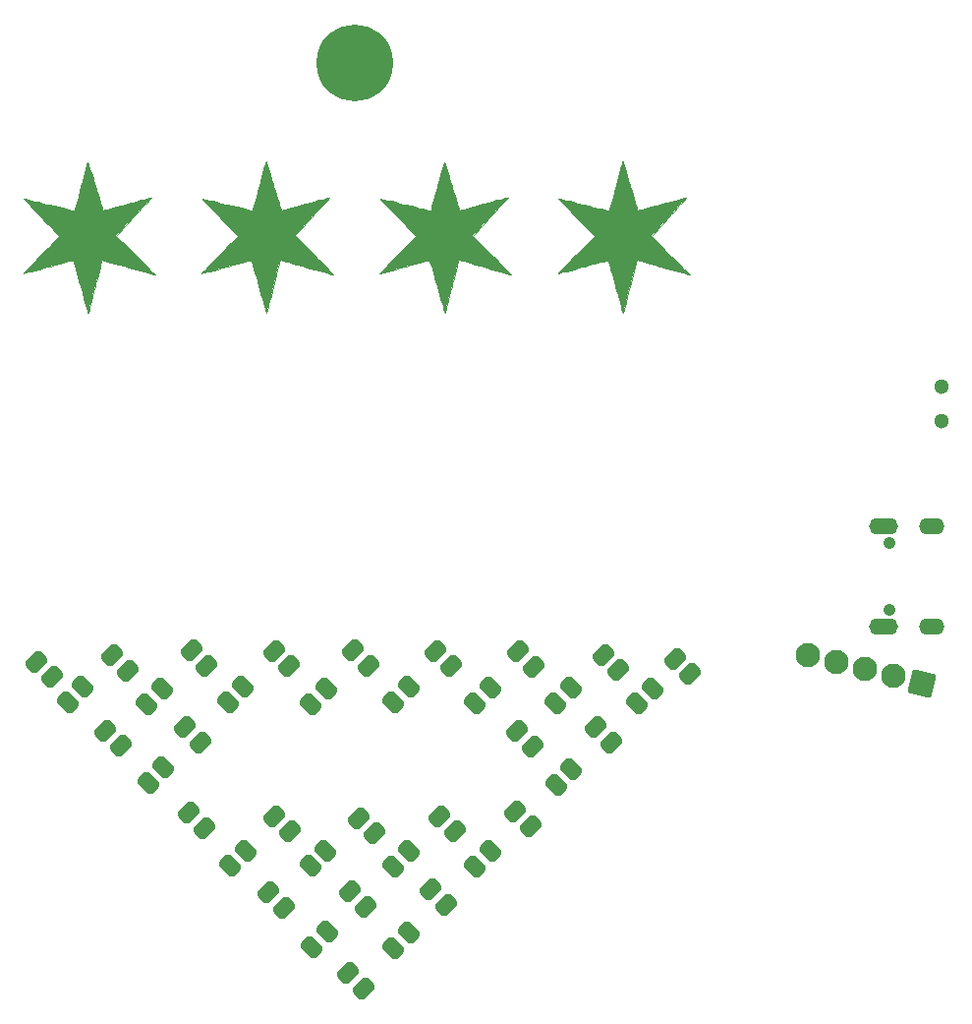
<source format=gbr>
G04 #@! TF.GenerationSoftware,KiCad,Pcbnew,(5.99.0-8823-g4657ca5d4f)*
G04 #@! TF.CreationDate,2021-02-07T20:13:51-06:00*
G04 #@! TF.ProjectId,BlueTeamCon,426c7565-5465-4616-9d43-6f6e2e6b6963,rev?*
G04 #@! TF.SameCoordinates,Original*
G04 #@! TF.FileFunction,Soldermask,Top*
G04 #@! TF.FilePolarity,Negative*
%FSLAX46Y46*%
G04 Gerber Fmt 4.6, Leading zero omitted, Abs format (unit mm)*
G04 Created by KiCad (PCBNEW (5.99.0-8823-g4657ca5d4f)) date 2021-02-07 20:13:51*
%MOMM*%
%LPD*%
G01*
G04 APERTURE LIST*
G04 Aperture macros list*
%AMRoundRect*
0 Rectangle with rounded corners*
0 $1 Rounding radius*
0 $2 $3 $4 $5 $6 $7 $8 $9 X,Y pos of 4 corners*
0 Add a 4 corners polygon primitive as box body*
4,1,4,$2,$3,$4,$5,$6,$7,$8,$9,$2,$3,0*
0 Add four circle primitives for the rounded corners*
1,1,$1+$1,$2,$3*
1,1,$1+$1,$4,$5*
1,1,$1+$1,$6,$7*
1,1,$1+$1,$8,$9*
0 Add four rect primitives between the rounded corners*
20,1,$1+$1,$2,$3,$4,$5,0*
20,1,$1+$1,$4,$5,$6,$7,0*
20,1,$1+$1,$6,$7,$8,$9,0*
20,1,$1+$1,$8,$9,$2,$3,0*%
%AMHorizOval*
0 Thick line with rounded ends*
0 $1 width*
0 $2 $3 position (X,Y) of the first rounded end (center of the circle)*
0 $4 $5 position (X,Y) of the second rounded end (center of the circle)*
0 Add line between two ends*
20,1,$1,$2,$3,$4,$5,0*
0 Add two circle primitives to create the rounded ends*
1,1,$1,$2,$3*
1,1,$1,$4,$5*%
G04 Aperture macros list end*
%ADD10C,0.010000*%
%ADD11RoundRect,0.343750X0.636396X0.150260X0.150260X0.636396X-0.636396X-0.150260X-0.150260X-0.636396X0*%
%ADD12RoundRect,0.343750X0.150260X-0.636396X0.636396X-0.150260X-0.150260X0.636396X-0.636396X0.150260X0*%
%ADD13C,6.600000*%
%ADD14RoundRect,0.200000X0.619118X-1.030385X1.030385X0.619118X-0.619118X1.030385X-1.030385X-0.619118X0*%
%ADD15HorizOval,2.100000X0.000000X0.000000X0.000000X0.000000X0*%
%ADD16C,1.300000*%
%ADD17C,1.050000*%
%ADD18O,2.500000X1.400000*%
%ADD19O,2.200000X1.400000*%
G04 APERTURE END LIST*
D10*
X165309992Y-65900127D02*
X165348075Y-66017392D01*
X165348075Y-66017392D02*
X165405616Y-66200385D01*
X165405616Y-66200385D02*
X165480247Y-66441401D01*
X165480247Y-66441401D02*
X165569596Y-66732737D01*
X165569596Y-66732737D02*
X165671295Y-67066689D01*
X165671295Y-67066689D02*
X165782974Y-67435552D01*
X165782974Y-67435552D02*
X165902262Y-67831623D01*
X165902262Y-67831623D02*
X165939427Y-67955427D01*
X165939427Y-67955427D02*
X166060520Y-68358153D01*
X166060520Y-68358153D02*
X166174681Y-68735964D01*
X166174681Y-68735964D02*
X166279545Y-69081160D01*
X166279545Y-69081160D02*
X166372747Y-69386045D01*
X166372747Y-69386045D02*
X166451922Y-69642918D01*
X166451922Y-69642918D02*
X166514704Y-69844083D01*
X166514704Y-69844083D02*
X166558728Y-69981841D01*
X166558728Y-69981841D02*
X166581630Y-70048493D01*
X166581630Y-70048493D02*
X166584039Y-70053483D01*
X166584039Y-70053483D02*
X166627833Y-70046646D01*
X166627833Y-70046646D02*
X166745311Y-70018795D01*
X166745311Y-70018795D02*
X166928697Y-69972007D01*
X166928697Y-69972007D02*
X167170219Y-69908357D01*
X167170219Y-69908357D02*
X167462101Y-69829922D01*
X167462101Y-69829922D02*
X167796570Y-69738776D01*
X167796570Y-69738776D02*
X168165851Y-69636997D01*
X168165851Y-69636997D02*
X168562170Y-69526659D01*
X168562170Y-69526659D02*
X168666702Y-69497381D01*
X168666702Y-69497381D02*
X169069400Y-69384916D01*
X169069400Y-69384916D02*
X169447610Y-69280182D01*
X169447610Y-69280182D02*
X169793472Y-69185295D01*
X169793472Y-69185295D02*
X170099121Y-69102370D01*
X170099121Y-69102370D02*
X170356697Y-69033522D01*
X170356697Y-69033522D02*
X170558335Y-68980864D01*
X170558335Y-68980864D02*
X170696174Y-68946512D01*
X170696174Y-68946512D02*
X170762352Y-68932581D01*
X170762352Y-68932581D02*
X170766754Y-68932529D01*
X170766754Y-68932529D02*
X170746375Y-68965080D01*
X170746375Y-68965080D02*
X170673391Y-69053815D01*
X170673391Y-69053815D02*
X170552937Y-69192997D01*
X170552937Y-69192997D02*
X170390148Y-69376885D01*
X170390148Y-69376885D02*
X170190157Y-69599740D01*
X170190157Y-69599740D02*
X169958100Y-69855823D01*
X169958100Y-69855823D02*
X169699110Y-70139395D01*
X169699110Y-70139395D02*
X169418324Y-70444717D01*
X169418324Y-70444717D02*
X169279296Y-70595168D01*
X169279296Y-70595168D02*
X167752630Y-72244738D01*
X167752630Y-72244738D02*
X169435700Y-73928202D01*
X169435700Y-73928202D02*
X169746006Y-74239141D01*
X169746006Y-74239141D02*
X170036661Y-74531475D01*
X170036661Y-74531475D02*
X170302441Y-74799876D01*
X170302441Y-74799876D02*
X170538123Y-75039017D01*
X170538123Y-75039017D02*
X170738482Y-75243570D01*
X170738482Y-75243570D02*
X170898295Y-75408206D01*
X170898295Y-75408206D02*
X171012339Y-75527599D01*
X171012339Y-75527599D02*
X171075389Y-75596420D01*
X171075389Y-75596420D02*
X171086264Y-75611667D01*
X171086264Y-75611667D02*
X171040570Y-75600159D01*
X171040570Y-75600159D02*
X170921196Y-75567089D01*
X170921196Y-75567089D02*
X170735730Y-75514632D01*
X170735730Y-75514632D02*
X170491762Y-75444967D01*
X170491762Y-75444967D02*
X170196881Y-75360269D01*
X170196881Y-75360269D02*
X169858677Y-75262716D01*
X169858677Y-75262716D02*
X169484739Y-75154486D01*
X169484739Y-75154486D02*
X169082657Y-75037754D01*
X169082657Y-75037754D02*
X168881230Y-74979151D01*
X168881230Y-74979151D02*
X168465381Y-74858158D01*
X168465381Y-74858158D02*
X168071699Y-74743765D01*
X168071699Y-74743765D02*
X167708122Y-74638270D01*
X167708122Y-74638270D02*
X167382584Y-74543967D01*
X167382584Y-74543967D02*
X167103023Y-74463151D01*
X167103023Y-74463151D02*
X166877374Y-74398119D01*
X166877374Y-74398119D02*
X166713574Y-74351167D01*
X166713574Y-74351167D02*
X166619559Y-74324589D01*
X166619559Y-74324589D02*
X166602162Y-74319895D01*
X166602162Y-74319895D02*
X166495621Y-74293155D01*
X166495621Y-74293155D02*
X165933449Y-76550494D01*
X165933449Y-76550494D02*
X165797779Y-77093272D01*
X165797779Y-77093272D02*
X165680704Y-77557155D01*
X165680704Y-77557155D02*
X165581267Y-77945628D01*
X165581267Y-77945628D02*
X165498510Y-78262173D01*
X165498510Y-78262173D02*
X165431476Y-78510273D01*
X165431476Y-78510273D02*
X165379205Y-78693412D01*
X165379205Y-78693412D02*
X165340741Y-78815074D01*
X165340741Y-78815074D02*
X165315126Y-78878742D01*
X165315126Y-78878742D02*
X165301401Y-78887899D01*
X165301401Y-78887899D02*
X165298333Y-78860188D01*
X165298333Y-78860188D02*
X165287135Y-78808907D01*
X165287135Y-78808907D02*
X165255251Y-78685913D01*
X165255251Y-78685913D02*
X165205250Y-78500279D01*
X165205250Y-78500279D02*
X165139698Y-78261079D01*
X165139698Y-78261079D02*
X165061163Y-77977383D01*
X165061163Y-77977383D02*
X164972211Y-77658264D01*
X164972211Y-77658264D02*
X164875411Y-77312796D01*
X164875411Y-77312796D02*
X164773329Y-76950049D01*
X164773329Y-76950049D02*
X164668534Y-76579097D01*
X164668534Y-76579097D02*
X164563591Y-76209012D01*
X164563591Y-76209012D02*
X164461069Y-75848866D01*
X164461069Y-75848866D02*
X164363534Y-75507732D01*
X164363534Y-75507732D02*
X164273555Y-75194682D01*
X164273555Y-75194682D02*
X164193697Y-74918788D01*
X164193697Y-74918788D02*
X164126529Y-74689123D01*
X164126529Y-74689123D02*
X164074618Y-74514759D01*
X164074618Y-74514759D02*
X164040532Y-74404769D01*
X164040532Y-74404769D02*
X164027238Y-74368339D01*
X164027238Y-74368339D02*
X163980739Y-74371884D01*
X163980739Y-74371884D02*
X163860067Y-74396098D01*
X163860067Y-74396098D02*
X163672666Y-74439129D01*
X163672666Y-74439129D02*
X163425979Y-74499122D01*
X163425979Y-74499122D02*
X163127448Y-74574224D01*
X163127448Y-74574224D02*
X162784518Y-74662582D01*
X162784518Y-74662582D02*
X162404631Y-74762341D01*
X162404631Y-74762341D02*
X161995231Y-74871650D01*
X161995231Y-74871650D02*
X161864491Y-74906913D01*
X161864491Y-74906913D02*
X161455514Y-75017111D01*
X161455514Y-75017111D02*
X161071766Y-75119792D01*
X161071766Y-75119792D02*
X160720897Y-75212957D01*
X160720897Y-75212957D02*
X160410556Y-75294611D01*
X160410556Y-75294611D02*
X160148394Y-75362757D01*
X160148394Y-75362757D02*
X159942062Y-75415396D01*
X159942062Y-75415396D02*
X159799209Y-75450533D01*
X159799209Y-75450533D02*
X159727486Y-75466170D01*
X159727486Y-75466170D02*
X159720472Y-75466584D01*
X159720472Y-75466584D02*
X159746324Y-75434408D01*
X159746324Y-75434408D02*
X159826410Y-75347779D01*
X159826410Y-75347779D02*
X159955292Y-75212307D01*
X159955292Y-75212307D02*
X160127531Y-75033600D01*
X160127531Y-75033600D02*
X160337689Y-74817269D01*
X160337689Y-74817269D02*
X160580328Y-74568921D01*
X160580328Y-74568921D02*
X160850007Y-74294168D01*
X160850007Y-74294168D02*
X161141289Y-73998619D01*
X161141289Y-73998619D02*
X161271615Y-73866751D01*
X161271615Y-73866751D02*
X162838488Y-72282648D01*
X162838488Y-72282648D02*
X161297216Y-70676907D01*
X161297216Y-70676907D02*
X161003565Y-70370155D01*
X161003565Y-70370155D02*
X160729426Y-70082199D01*
X160729426Y-70082199D02*
X160480088Y-69818705D01*
X160480088Y-69818705D02*
X160260842Y-69585341D01*
X160260842Y-69585341D02*
X160076976Y-69387772D01*
X160076976Y-69387772D02*
X159933781Y-69231664D01*
X159933781Y-69231664D02*
X159836544Y-69122685D01*
X159836544Y-69122685D02*
X159790556Y-69066500D01*
X159790556Y-69066500D02*
X159787860Y-69059981D01*
X159787860Y-69059981D02*
X159833923Y-69067694D01*
X159833923Y-69067694D02*
X159954399Y-69093997D01*
X159954399Y-69093997D02*
X160141539Y-69137046D01*
X160141539Y-69137046D02*
X160387595Y-69194997D01*
X160387595Y-69194997D02*
X160684815Y-69266006D01*
X160684815Y-69266006D02*
X161025451Y-69348227D01*
X161025451Y-69348227D02*
X161401754Y-69439817D01*
X161401754Y-69439817D02*
X161805973Y-69538930D01*
X161805973Y-69538930D02*
X161972135Y-69579873D01*
X161972135Y-69579873D02*
X162384420Y-69681337D01*
X162384420Y-69681337D02*
X162771150Y-69775999D01*
X162771150Y-69775999D02*
X163124679Y-69862026D01*
X163124679Y-69862026D02*
X163437361Y-69937579D01*
X163437361Y-69937579D02*
X163701552Y-70000825D01*
X163701552Y-70000825D02*
X163909606Y-70049925D01*
X163909606Y-70049925D02*
X164053877Y-70083045D01*
X164053877Y-70083045D02*
X164126720Y-70098349D01*
X164126720Y-70098349D02*
X164134156Y-70099058D01*
X164134156Y-70099058D02*
X164146534Y-70057062D01*
X164146534Y-70057062D02*
X164178492Y-69940867D01*
X164178492Y-69940867D02*
X164227977Y-69758132D01*
X164227977Y-69758132D02*
X164292938Y-69516514D01*
X164292938Y-69516514D02*
X164371321Y-69223671D01*
X164371321Y-69223671D02*
X164461075Y-68887262D01*
X164461075Y-68887262D02*
X164560147Y-68514943D01*
X164560147Y-68514943D02*
X164666485Y-68114374D01*
X164666485Y-68114374D02*
X164707328Y-67960281D01*
X164707328Y-67960281D02*
X164815923Y-67552442D01*
X164815923Y-67552442D02*
X164918497Y-67171138D01*
X164918497Y-67171138D02*
X165012959Y-66823870D01*
X165012959Y-66823870D02*
X165097220Y-66518135D01*
X165097220Y-66518135D02*
X165169190Y-66261434D01*
X165169190Y-66261434D02*
X165226779Y-66061264D01*
X165226779Y-66061264D02*
X165267896Y-65925124D01*
X165267896Y-65925124D02*
X165290452Y-65860514D01*
X165290452Y-65860514D02*
X165293737Y-65856292D01*
X165293737Y-65856292D02*
X165309992Y-65900127D01*
X165309992Y-65900127D02*
X165309992Y-65900127D01*
G36*
X165309992Y-65900127D02*
G01*
X165348075Y-66017392D01*
X165405616Y-66200385D01*
X165480247Y-66441401D01*
X165569596Y-66732737D01*
X165671295Y-67066689D01*
X165782974Y-67435552D01*
X165902262Y-67831623D01*
X165939427Y-67955427D01*
X166060520Y-68358153D01*
X166174681Y-68735964D01*
X166279545Y-69081160D01*
X166372747Y-69386045D01*
X166451922Y-69642918D01*
X166514704Y-69844083D01*
X166558728Y-69981841D01*
X166581630Y-70048493D01*
X166584039Y-70053483D01*
X166627833Y-70046646D01*
X166745311Y-70018795D01*
X166928697Y-69972007D01*
X167170219Y-69908357D01*
X167462101Y-69829922D01*
X167796570Y-69738776D01*
X168165851Y-69636997D01*
X168562170Y-69526659D01*
X168666702Y-69497381D01*
X169069400Y-69384916D01*
X169447610Y-69280182D01*
X169793472Y-69185295D01*
X170099121Y-69102370D01*
X170356697Y-69033522D01*
X170558335Y-68980864D01*
X170696174Y-68946512D01*
X170762352Y-68932581D01*
X170766754Y-68932529D01*
X170746375Y-68965080D01*
X170673391Y-69053815D01*
X170552937Y-69192997D01*
X170390148Y-69376885D01*
X170190157Y-69599740D01*
X169958100Y-69855823D01*
X169699110Y-70139395D01*
X169418324Y-70444717D01*
X169279296Y-70595168D01*
X167752630Y-72244738D01*
X169435700Y-73928202D01*
X169746006Y-74239141D01*
X170036661Y-74531475D01*
X170302441Y-74799876D01*
X170538123Y-75039017D01*
X170738482Y-75243570D01*
X170898295Y-75408206D01*
X171012339Y-75527599D01*
X171075389Y-75596420D01*
X171086264Y-75611667D01*
X171040570Y-75600159D01*
X170921196Y-75567089D01*
X170735730Y-75514632D01*
X170491762Y-75444967D01*
X170196881Y-75360269D01*
X169858677Y-75262716D01*
X169484739Y-75154486D01*
X169082657Y-75037754D01*
X168881230Y-74979151D01*
X168465381Y-74858158D01*
X168071699Y-74743765D01*
X167708122Y-74638270D01*
X167382584Y-74543967D01*
X167103023Y-74463151D01*
X166877374Y-74398119D01*
X166713574Y-74351167D01*
X166619559Y-74324589D01*
X166602162Y-74319895D01*
X166495621Y-74293155D01*
X165933449Y-76550494D01*
X165797779Y-77093272D01*
X165680704Y-77557155D01*
X165581267Y-77945628D01*
X165498510Y-78262173D01*
X165431476Y-78510273D01*
X165379205Y-78693412D01*
X165340741Y-78815074D01*
X165315126Y-78878742D01*
X165301401Y-78887899D01*
X165298333Y-78860188D01*
X165287135Y-78808907D01*
X165255251Y-78685913D01*
X165205250Y-78500279D01*
X165139698Y-78261079D01*
X165061163Y-77977383D01*
X164972211Y-77658264D01*
X164875411Y-77312796D01*
X164773329Y-76950049D01*
X164668534Y-76579097D01*
X164563591Y-76209012D01*
X164461069Y-75848866D01*
X164363534Y-75507732D01*
X164273555Y-75194682D01*
X164193697Y-74918788D01*
X164126529Y-74689123D01*
X164074618Y-74514759D01*
X164040532Y-74404769D01*
X164027238Y-74368339D01*
X163980739Y-74371884D01*
X163860067Y-74396098D01*
X163672666Y-74439129D01*
X163425979Y-74499122D01*
X163127448Y-74574224D01*
X162784518Y-74662582D01*
X162404631Y-74762341D01*
X161995231Y-74871650D01*
X161864491Y-74906913D01*
X161455514Y-75017111D01*
X161071766Y-75119792D01*
X160720897Y-75212957D01*
X160410556Y-75294611D01*
X160148394Y-75362757D01*
X159942062Y-75415396D01*
X159799209Y-75450533D01*
X159727486Y-75466170D01*
X159720472Y-75466584D01*
X159746324Y-75434408D01*
X159826410Y-75347779D01*
X159955292Y-75212307D01*
X160127531Y-75033600D01*
X160337689Y-74817269D01*
X160580328Y-74568921D01*
X160850007Y-74294168D01*
X161141289Y-73998619D01*
X161271615Y-73866751D01*
X162838488Y-72282648D01*
X161297216Y-70676907D01*
X161003565Y-70370155D01*
X160729426Y-70082199D01*
X160480088Y-69818705D01*
X160260842Y-69585341D01*
X160076976Y-69387772D01*
X159933781Y-69231664D01*
X159836544Y-69122685D01*
X159790556Y-69066500D01*
X159787860Y-69059981D01*
X159833923Y-69067694D01*
X159954399Y-69093997D01*
X160141539Y-69137046D01*
X160387595Y-69194997D01*
X160684815Y-69266006D01*
X161025451Y-69348227D01*
X161401754Y-69439817D01*
X161805973Y-69538930D01*
X161972135Y-69579873D01*
X162384420Y-69681337D01*
X162771150Y-69775999D01*
X163124679Y-69862026D01*
X163437361Y-69937579D01*
X163701552Y-70000825D01*
X163909606Y-70049925D01*
X164053877Y-70083045D01*
X164126720Y-70098349D01*
X164134156Y-70099058D01*
X164146534Y-70057062D01*
X164178492Y-69940867D01*
X164227977Y-69758132D01*
X164292938Y-69516514D01*
X164371321Y-69223671D01*
X164461075Y-68887262D01*
X164560147Y-68514943D01*
X164666485Y-68114374D01*
X164707328Y-67960281D01*
X164815923Y-67552442D01*
X164918497Y-67171138D01*
X165012959Y-66823870D01*
X165097220Y-66518135D01*
X165169190Y-66261434D01*
X165226779Y-66061264D01*
X165267896Y-65925124D01*
X165290452Y-65860514D01*
X165293737Y-65856292D01*
X165309992Y-65900127D01*
G37*
X165309992Y-65900127D02*
X165348075Y-66017392D01*
X165405616Y-66200385D01*
X165480247Y-66441401D01*
X165569596Y-66732737D01*
X165671295Y-67066689D01*
X165782974Y-67435552D01*
X165902262Y-67831623D01*
X165939427Y-67955427D01*
X166060520Y-68358153D01*
X166174681Y-68735964D01*
X166279545Y-69081160D01*
X166372747Y-69386045D01*
X166451922Y-69642918D01*
X166514704Y-69844083D01*
X166558728Y-69981841D01*
X166581630Y-70048493D01*
X166584039Y-70053483D01*
X166627833Y-70046646D01*
X166745311Y-70018795D01*
X166928697Y-69972007D01*
X167170219Y-69908357D01*
X167462101Y-69829922D01*
X167796570Y-69738776D01*
X168165851Y-69636997D01*
X168562170Y-69526659D01*
X168666702Y-69497381D01*
X169069400Y-69384916D01*
X169447610Y-69280182D01*
X169793472Y-69185295D01*
X170099121Y-69102370D01*
X170356697Y-69033522D01*
X170558335Y-68980864D01*
X170696174Y-68946512D01*
X170762352Y-68932581D01*
X170766754Y-68932529D01*
X170746375Y-68965080D01*
X170673391Y-69053815D01*
X170552937Y-69192997D01*
X170390148Y-69376885D01*
X170190157Y-69599740D01*
X169958100Y-69855823D01*
X169699110Y-70139395D01*
X169418324Y-70444717D01*
X169279296Y-70595168D01*
X167752630Y-72244738D01*
X169435700Y-73928202D01*
X169746006Y-74239141D01*
X170036661Y-74531475D01*
X170302441Y-74799876D01*
X170538123Y-75039017D01*
X170738482Y-75243570D01*
X170898295Y-75408206D01*
X171012339Y-75527599D01*
X171075389Y-75596420D01*
X171086264Y-75611667D01*
X171040570Y-75600159D01*
X170921196Y-75567089D01*
X170735730Y-75514632D01*
X170491762Y-75444967D01*
X170196881Y-75360269D01*
X169858677Y-75262716D01*
X169484739Y-75154486D01*
X169082657Y-75037754D01*
X168881230Y-74979151D01*
X168465381Y-74858158D01*
X168071699Y-74743765D01*
X167708122Y-74638270D01*
X167382584Y-74543967D01*
X167103023Y-74463151D01*
X166877374Y-74398119D01*
X166713574Y-74351167D01*
X166619559Y-74324589D01*
X166602162Y-74319895D01*
X166495621Y-74293155D01*
X165933449Y-76550494D01*
X165797779Y-77093272D01*
X165680704Y-77557155D01*
X165581267Y-77945628D01*
X165498510Y-78262173D01*
X165431476Y-78510273D01*
X165379205Y-78693412D01*
X165340741Y-78815074D01*
X165315126Y-78878742D01*
X165301401Y-78887899D01*
X165298333Y-78860188D01*
X165287135Y-78808907D01*
X165255251Y-78685913D01*
X165205250Y-78500279D01*
X165139698Y-78261079D01*
X165061163Y-77977383D01*
X164972211Y-77658264D01*
X164875411Y-77312796D01*
X164773329Y-76950049D01*
X164668534Y-76579097D01*
X164563591Y-76209012D01*
X164461069Y-75848866D01*
X164363534Y-75507732D01*
X164273555Y-75194682D01*
X164193697Y-74918788D01*
X164126529Y-74689123D01*
X164074618Y-74514759D01*
X164040532Y-74404769D01*
X164027238Y-74368339D01*
X163980739Y-74371884D01*
X163860067Y-74396098D01*
X163672666Y-74439129D01*
X163425979Y-74499122D01*
X163127448Y-74574224D01*
X162784518Y-74662582D01*
X162404631Y-74762341D01*
X161995231Y-74871650D01*
X161864491Y-74906913D01*
X161455514Y-75017111D01*
X161071766Y-75119792D01*
X160720897Y-75212957D01*
X160410556Y-75294611D01*
X160148394Y-75362757D01*
X159942062Y-75415396D01*
X159799209Y-75450533D01*
X159727486Y-75466170D01*
X159720472Y-75466584D01*
X159746324Y-75434408D01*
X159826410Y-75347779D01*
X159955292Y-75212307D01*
X160127531Y-75033600D01*
X160337689Y-74817269D01*
X160580328Y-74568921D01*
X160850007Y-74294168D01*
X161141289Y-73998619D01*
X161271615Y-73866751D01*
X162838488Y-72282648D01*
X161297216Y-70676907D01*
X161003565Y-70370155D01*
X160729426Y-70082199D01*
X160480088Y-69818705D01*
X160260842Y-69585341D01*
X160076976Y-69387772D01*
X159933781Y-69231664D01*
X159836544Y-69122685D01*
X159790556Y-69066500D01*
X159787860Y-69059981D01*
X159833923Y-69067694D01*
X159954399Y-69093997D01*
X160141539Y-69137046D01*
X160387595Y-69194997D01*
X160684815Y-69266006D01*
X161025451Y-69348227D01*
X161401754Y-69439817D01*
X161805973Y-69538930D01*
X161972135Y-69579873D01*
X162384420Y-69681337D01*
X162771150Y-69775999D01*
X163124679Y-69862026D01*
X163437361Y-69937579D01*
X163701552Y-70000825D01*
X163909606Y-70049925D01*
X164053877Y-70083045D01*
X164126720Y-70098349D01*
X164134156Y-70099058D01*
X164146534Y-70057062D01*
X164178492Y-69940867D01*
X164227977Y-69758132D01*
X164292938Y-69516514D01*
X164371321Y-69223671D01*
X164461075Y-68887262D01*
X164560147Y-68514943D01*
X164666485Y-68114374D01*
X164707328Y-67960281D01*
X164815923Y-67552442D01*
X164918497Y-67171138D01*
X165012959Y-66823870D01*
X165097220Y-66518135D01*
X165169190Y-66261434D01*
X165226779Y-66061264D01*
X165267896Y-65925124D01*
X165290452Y-65860514D01*
X165293737Y-65856292D01*
X165309992Y-65900127D01*
X134577684Y-65898875D02*
X134616199Y-66006033D01*
X134616199Y-66006033D02*
X134674041Y-66179615D01*
X134674041Y-66179615D02*
X134748871Y-66412237D01*
X134748871Y-66412237D02*
X134838352Y-66696515D01*
X134838352Y-66696515D02*
X134940147Y-67025065D01*
X134940147Y-67025065D02*
X135051918Y-67390502D01*
X135051918Y-67390502D02*
X135171328Y-67785441D01*
X135171328Y-67785441D02*
X135220832Y-67950444D01*
X135220832Y-67950444D02*
X135342968Y-68356330D01*
X135342968Y-68356330D02*
X135458626Y-68736646D01*
X135458626Y-68736646D02*
X135565432Y-69083864D01*
X135565432Y-69083864D02*
X135661012Y-69390453D01*
X135661012Y-69390453D02*
X135742991Y-69648887D01*
X135742991Y-69648887D02*
X135808996Y-69851637D01*
X135808996Y-69851637D02*
X135856653Y-69991174D01*
X135856653Y-69991174D02*
X135883588Y-70059969D01*
X135883588Y-70059969D02*
X135887948Y-70066000D01*
X135887948Y-70066000D02*
X135934166Y-70054911D01*
X135934166Y-70054911D02*
X136054042Y-70023088D01*
X136054042Y-70023088D02*
X136239723Y-69972692D01*
X136239723Y-69972692D02*
X136483356Y-69905885D01*
X136483356Y-69905885D02*
X136777088Y-69824831D01*
X136777088Y-69824831D02*
X137113065Y-69731691D01*
X137113065Y-69731691D02*
X137483434Y-69628629D01*
X137483434Y-69628629D02*
X137880342Y-69517806D01*
X137880342Y-69517806D02*
X137976888Y-69490794D01*
X137976888Y-69490794D02*
X138378346Y-69378988D01*
X138378346Y-69378988D02*
X138754761Y-69275231D01*
X138754761Y-69275231D02*
X139098345Y-69181594D01*
X139098345Y-69181594D02*
X139401307Y-69100149D01*
X139401307Y-69100149D02*
X139655856Y-69032970D01*
X139655856Y-69032970D02*
X139854203Y-68982127D01*
X139854203Y-68982127D02*
X139988555Y-68949693D01*
X139988555Y-68949693D02*
X140051124Y-68937741D01*
X140051124Y-68937741D02*
X140054607Y-68938163D01*
X140054607Y-68938163D02*
X140030577Y-68971729D01*
X140030577Y-68971729D02*
X139955330Y-69060344D01*
X139955330Y-69060344D02*
X139835254Y-69197011D01*
X139835254Y-69197011D02*
X139676741Y-69374733D01*
X139676741Y-69374733D02*
X139486179Y-69586511D01*
X139486179Y-69586511D02*
X139269958Y-69825347D01*
X139269958Y-69825347D02*
X139034468Y-70084245D01*
X139034468Y-70084245D02*
X138786099Y-70356206D01*
X138786099Y-70356206D02*
X138531239Y-70634232D01*
X138531239Y-70634232D02*
X138276279Y-70911326D01*
X138276279Y-70911326D02*
X138027609Y-71180490D01*
X138027609Y-71180490D02*
X137791617Y-71434726D01*
X137791617Y-71434726D02*
X137574694Y-71667036D01*
X137574694Y-71667036D02*
X137383229Y-71870424D01*
X137383229Y-71870424D02*
X137236367Y-72024617D01*
X137236367Y-72024617D02*
X137042636Y-72226401D01*
X137042636Y-72226401D02*
X138712037Y-73896203D01*
X138712037Y-73896203D02*
X139021530Y-74206563D01*
X139021530Y-74206563D02*
X139311613Y-74498993D01*
X139311613Y-74498993D02*
X139576992Y-74768053D01*
X139576992Y-74768053D02*
X139812376Y-75008304D01*
X139812376Y-75008304D02*
X140012472Y-75214306D01*
X140012472Y-75214306D02*
X140171988Y-75380618D01*
X140171988Y-75380618D02*
X140285632Y-75501802D01*
X140285632Y-75501802D02*
X140348111Y-75572416D01*
X140348111Y-75572416D02*
X140358682Y-75588762D01*
X140358682Y-75588762D02*
X140314970Y-75581491D01*
X140314970Y-75581491D02*
X140197392Y-75552394D01*
X140197392Y-75552394D02*
X140013314Y-75503521D01*
X140013314Y-75503521D02*
X139770101Y-75436921D01*
X139770101Y-75436921D02*
X139475119Y-75354643D01*
X139475119Y-75354643D02*
X139135731Y-75258738D01*
X139135731Y-75258738D02*
X138759305Y-75151253D01*
X138759305Y-75151253D02*
X138353204Y-75034239D01*
X138353204Y-75034239D02*
X138062467Y-74949866D01*
X138062467Y-74949866D02*
X137640630Y-74827444D01*
X137640630Y-74827444D02*
X137243724Y-74712931D01*
X137243724Y-74712931D02*
X136879074Y-74608393D01*
X136879074Y-74608393D02*
X136554011Y-74515901D01*
X136554011Y-74515901D02*
X136275860Y-74437521D01*
X136275860Y-74437521D02*
X136051949Y-74375323D01*
X136051949Y-74375323D02*
X135889607Y-74331375D01*
X135889607Y-74331375D02*
X135796160Y-74307745D01*
X135796160Y-74307745D02*
X135775691Y-74304356D01*
X135775691Y-74304356D02*
X135763263Y-74347277D01*
X135763263Y-74347277D02*
X135732313Y-74464922D01*
X135732313Y-74464922D02*
X135684727Y-74649847D01*
X135684727Y-74649847D02*
X135622390Y-74894605D01*
X135622390Y-74894605D02*
X135547190Y-75191750D01*
X135547190Y-75191750D02*
X135461012Y-75533838D01*
X135461012Y-75533838D02*
X135365741Y-75913423D01*
X135365741Y-75913423D02*
X135263265Y-76323058D01*
X135263265Y-76323058D02*
X135192833Y-76605326D01*
X135192833Y-76605326D02*
X135086702Y-77028643D01*
X135086702Y-77028643D02*
X134986124Y-77425081D01*
X134986124Y-77425081D02*
X134893010Y-77787434D01*
X134893010Y-77787434D02*
X134809267Y-78108496D01*
X134809267Y-78108496D02*
X134736805Y-78381060D01*
X134736805Y-78381060D02*
X134677534Y-78597921D01*
X134677534Y-78597921D02*
X134633362Y-78751872D01*
X134633362Y-78751872D02*
X134606198Y-78835707D01*
X134606198Y-78835707D02*
X134598419Y-78848992D01*
X134598419Y-78848992D02*
X134582628Y-78801540D01*
X134582628Y-78801540D02*
X134546291Y-78680104D01*
X134546291Y-78680104D02*
X134491573Y-78492264D01*
X134491573Y-78492264D02*
X134420639Y-78245601D01*
X134420639Y-78245601D02*
X134335655Y-77947694D01*
X134335655Y-77947694D02*
X134238787Y-77606123D01*
X134238787Y-77606123D02*
X134132201Y-77228469D01*
X134132201Y-77228469D02*
X134018061Y-76822311D01*
X134018061Y-76822311D02*
X133951717Y-76585473D01*
X133951717Y-76585473D02*
X133834551Y-76167560D01*
X133834551Y-76167560D02*
X133723935Y-75774615D01*
X133723935Y-75774615D02*
X133622006Y-75414116D01*
X133622006Y-75414116D02*
X133530898Y-75093540D01*
X133530898Y-75093540D02*
X133452747Y-74820362D01*
X133452747Y-74820362D02*
X133389689Y-74602060D01*
X133389689Y-74602060D02*
X133343859Y-74446111D01*
X133343859Y-74446111D02*
X133317393Y-74359990D01*
X133317393Y-74359990D02*
X133311792Y-74345014D01*
X133311792Y-74345014D02*
X133268663Y-74352258D01*
X133268663Y-74352258D02*
X133151515Y-74379794D01*
X133151515Y-74379794D02*
X132968010Y-74425631D01*
X132968010Y-74425631D02*
X132725813Y-74487781D01*
X132725813Y-74487781D02*
X132432585Y-74564252D01*
X132432585Y-74564252D02*
X132095991Y-74653057D01*
X132095991Y-74653057D02*
X131723693Y-74752204D01*
X131723693Y-74752204D02*
X131323353Y-74859705D01*
X131323353Y-74859705D02*
X131166763Y-74901981D01*
X131166763Y-74901981D02*
X130757804Y-75012102D01*
X130757804Y-75012102D02*
X130373961Y-75114589D01*
X130373961Y-75114589D02*
X130022902Y-75207456D01*
X130022902Y-75207456D02*
X129712294Y-75288714D01*
X129712294Y-75288714D02*
X129449805Y-75356378D01*
X129449805Y-75356378D02*
X129243105Y-75408460D01*
X129243105Y-75408460D02*
X129099861Y-75442974D01*
X129099861Y-75442974D02*
X129027741Y-75457931D01*
X129027741Y-75457931D02*
X129020592Y-75458088D01*
X129020592Y-75458088D02*
X129044694Y-75424679D01*
X129044694Y-75424679D02*
X129121898Y-75338365D01*
X129121898Y-75338365D02*
X129245501Y-75206178D01*
X129245501Y-75206178D02*
X129408805Y-75035147D01*
X129408805Y-75035147D02*
X129605108Y-74832302D01*
X129605108Y-74832302D02*
X129827709Y-74604674D01*
X129827709Y-74604674D02*
X130015576Y-74414147D01*
X130015576Y-74414147D02*
X130287332Y-74139331D01*
X130287332Y-74139331D02*
X130567818Y-73855369D01*
X130567818Y-73855369D02*
X130844285Y-73575190D01*
X130844285Y-73575190D02*
X131103984Y-73311721D01*
X131103984Y-73311721D02*
X131334170Y-73077890D01*
X131334170Y-73077890D02*
X131522094Y-72886626D01*
X131522094Y-72886626D02*
X131576881Y-72830747D01*
X131576881Y-72830747D02*
X132123962Y-72272328D01*
X132123962Y-72272328D02*
X131050055Y-71158580D01*
X131050055Y-71158580D02*
X130779727Y-70878470D01*
X130779727Y-70878470D02*
X130506487Y-70595797D01*
X130506487Y-70595797D02*
X130241186Y-70321751D01*
X130241186Y-70321751D02*
X129994672Y-70067524D01*
X129994672Y-70067524D02*
X129777793Y-69844307D01*
X129777793Y-69844307D02*
X129601399Y-69663291D01*
X129601399Y-69663291D02*
X129510098Y-69570004D01*
X129510098Y-69570004D02*
X129352863Y-69406871D01*
X129352863Y-69406871D02*
X129221385Y-69264809D01*
X129221385Y-69264809D02*
X129125158Y-69154541D01*
X129125158Y-69154541D02*
X129073676Y-69086790D01*
X129073676Y-69086790D02*
X129068267Y-69070955D01*
X129068267Y-69070955D02*
X129112809Y-69076166D01*
X129112809Y-69076166D02*
X129231776Y-69100117D01*
X129231776Y-69100117D02*
X129417454Y-69141013D01*
X129417454Y-69141013D02*
X129662129Y-69197055D01*
X129662129Y-69197055D02*
X129958088Y-69266445D01*
X129958088Y-69266445D02*
X130297618Y-69347387D01*
X130297618Y-69347387D02*
X130673005Y-69438083D01*
X130673005Y-69438083D02*
X131076536Y-69536735D01*
X131076536Y-69536735D02*
X131242667Y-69577667D01*
X131242667Y-69577667D02*
X131654971Y-69679090D01*
X131654971Y-69679090D02*
X132041942Y-69773538D01*
X132041942Y-69773538D02*
X132395902Y-69859188D01*
X132395902Y-69859188D02*
X132709169Y-69934218D01*
X132709169Y-69934218D02*
X132974063Y-69996803D01*
X132974063Y-69996803D02*
X133182905Y-70045122D01*
X133182905Y-70045122D02*
X133328014Y-70077351D01*
X133328014Y-70077351D02*
X133401710Y-70091668D01*
X133401710Y-70091668D02*
X133409470Y-70091974D01*
X133409470Y-70091974D02*
X133423226Y-70049027D01*
X133423226Y-70049027D02*
X133456481Y-69931966D01*
X133456481Y-69931966D02*
X133507135Y-69748542D01*
X133507135Y-69748542D02*
X133573087Y-69506508D01*
X133573087Y-69506508D02*
X133652238Y-69213614D01*
X133652238Y-69213614D02*
X133742487Y-68877613D01*
X133742487Y-68877613D02*
X133841734Y-68506255D01*
X133841734Y-68506255D02*
X133947879Y-68107293D01*
X133947879Y-68107293D02*
X133980123Y-67985759D01*
X133980123Y-67985759D02*
X134088177Y-67579555D01*
X134088177Y-67579555D02*
X134190296Y-67198224D01*
X134190296Y-67198224D02*
X134284340Y-66849588D01*
X134284340Y-66849588D02*
X134368165Y-66541470D01*
X134368165Y-66541470D02*
X134439628Y-66281693D01*
X134439628Y-66281693D02*
X134496588Y-66078079D01*
X134496588Y-66078079D02*
X134536901Y-65938451D01*
X134536901Y-65938451D02*
X134558425Y-65870631D01*
X134558425Y-65870631D02*
X134560833Y-65865527D01*
X134560833Y-65865527D02*
X134577684Y-65898875D01*
X134577684Y-65898875D02*
X134577684Y-65898875D01*
G36*
X134577684Y-65898875D02*
G01*
X134616199Y-66006033D01*
X134674041Y-66179615D01*
X134748871Y-66412237D01*
X134838352Y-66696515D01*
X134940147Y-67025065D01*
X135051918Y-67390502D01*
X135171328Y-67785441D01*
X135220832Y-67950444D01*
X135342968Y-68356330D01*
X135458626Y-68736646D01*
X135565432Y-69083864D01*
X135661012Y-69390453D01*
X135742991Y-69648887D01*
X135808996Y-69851637D01*
X135856653Y-69991174D01*
X135883588Y-70059969D01*
X135887948Y-70066000D01*
X135934166Y-70054911D01*
X136054042Y-70023088D01*
X136239723Y-69972692D01*
X136483356Y-69905885D01*
X136777088Y-69824831D01*
X137113065Y-69731691D01*
X137483434Y-69628629D01*
X137880342Y-69517806D01*
X137976888Y-69490794D01*
X138378346Y-69378988D01*
X138754761Y-69275231D01*
X139098345Y-69181594D01*
X139401307Y-69100149D01*
X139655856Y-69032970D01*
X139854203Y-68982127D01*
X139988555Y-68949693D01*
X140051124Y-68937741D01*
X140054607Y-68938163D01*
X140030577Y-68971729D01*
X139955330Y-69060344D01*
X139835254Y-69197011D01*
X139676741Y-69374733D01*
X139486179Y-69586511D01*
X139269958Y-69825347D01*
X139034468Y-70084245D01*
X138786099Y-70356206D01*
X138531239Y-70634232D01*
X138276279Y-70911326D01*
X138027609Y-71180490D01*
X137791617Y-71434726D01*
X137574694Y-71667036D01*
X137383229Y-71870424D01*
X137236367Y-72024617D01*
X137042636Y-72226401D01*
X138712037Y-73896203D01*
X139021530Y-74206563D01*
X139311613Y-74498993D01*
X139576992Y-74768053D01*
X139812376Y-75008304D01*
X140012472Y-75214306D01*
X140171988Y-75380618D01*
X140285632Y-75501802D01*
X140348111Y-75572416D01*
X140358682Y-75588762D01*
X140314970Y-75581491D01*
X140197392Y-75552394D01*
X140013314Y-75503521D01*
X139770101Y-75436921D01*
X139475119Y-75354643D01*
X139135731Y-75258738D01*
X138759305Y-75151253D01*
X138353204Y-75034239D01*
X138062467Y-74949866D01*
X137640630Y-74827444D01*
X137243724Y-74712931D01*
X136879074Y-74608393D01*
X136554011Y-74515901D01*
X136275860Y-74437521D01*
X136051949Y-74375323D01*
X135889607Y-74331375D01*
X135796160Y-74307745D01*
X135775691Y-74304356D01*
X135763263Y-74347277D01*
X135732313Y-74464922D01*
X135684727Y-74649847D01*
X135622390Y-74894605D01*
X135547190Y-75191750D01*
X135461012Y-75533838D01*
X135365741Y-75913423D01*
X135263265Y-76323058D01*
X135192833Y-76605326D01*
X135086702Y-77028643D01*
X134986124Y-77425081D01*
X134893010Y-77787434D01*
X134809267Y-78108496D01*
X134736805Y-78381060D01*
X134677534Y-78597921D01*
X134633362Y-78751872D01*
X134606198Y-78835707D01*
X134598419Y-78848992D01*
X134582628Y-78801540D01*
X134546291Y-78680104D01*
X134491573Y-78492264D01*
X134420639Y-78245601D01*
X134335655Y-77947694D01*
X134238787Y-77606123D01*
X134132201Y-77228469D01*
X134018061Y-76822311D01*
X133951717Y-76585473D01*
X133834551Y-76167560D01*
X133723935Y-75774615D01*
X133622006Y-75414116D01*
X133530898Y-75093540D01*
X133452747Y-74820362D01*
X133389689Y-74602060D01*
X133343859Y-74446111D01*
X133317393Y-74359990D01*
X133311792Y-74345014D01*
X133268663Y-74352258D01*
X133151515Y-74379794D01*
X132968010Y-74425631D01*
X132725813Y-74487781D01*
X132432585Y-74564252D01*
X132095991Y-74653057D01*
X131723693Y-74752204D01*
X131323353Y-74859705D01*
X131166763Y-74901981D01*
X130757804Y-75012102D01*
X130373961Y-75114589D01*
X130022902Y-75207456D01*
X129712294Y-75288714D01*
X129449805Y-75356378D01*
X129243105Y-75408460D01*
X129099861Y-75442974D01*
X129027741Y-75457931D01*
X129020592Y-75458088D01*
X129044694Y-75424679D01*
X129121898Y-75338365D01*
X129245501Y-75206178D01*
X129408805Y-75035147D01*
X129605108Y-74832302D01*
X129827709Y-74604674D01*
X130015576Y-74414147D01*
X130287332Y-74139331D01*
X130567818Y-73855369D01*
X130844285Y-73575190D01*
X131103984Y-73311721D01*
X131334170Y-73077890D01*
X131522094Y-72886626D01*
X131576881Y-72830747D01*
X132123962Y-72272328D01*
X131050055Y-71158580D01*
X130779727Y-70878470D01*
X130506487Y-70595797D01*
X130241186Y-70321751D01*
X129994672Y-70067524D01*
X129777793Y-69844307D01*
X129601399Y-69663291D01*
X129510098Y-69570004D01*
X129352863Y-69406871D01*
X129221385Y-69264809D01*
X129125158Y-69154541D01*
X129073676Y-69086790D01*
X129068267Y-69070955D01*
X129112809Y-69076166D01*
X129231776Y-69100117D01*
X129417454Y-69141013D01*
X129662129Y-69197055D01*
X129958088Y-69266445D01*
X130297618Y-69347387D01*
X130673005Y-69438083D01*
X131076536Y-69536735D01*
X131242667Y-69577667D01*
X131654971Y-69679090D01*
X132041942Y-69773538D01*
X132395902Y-69859188D01*
X132709169Y-69934218D01*
X132974063Y-69996803D01*
X133182905Y-70045122D01*
X133328014Y-70077351D01*
X133401710Y-70091668D01*
X133409470Y-70091974D01*
X133423226Y-70049027D01*
X133456481Y-69931966D01*
X133507135Y-69748542D01*
X133573087Y-69506508D01*
X133652238Y-69213614D01*
X133742487Y-68877613D01*
X133841734Y-68506255D01*
X133947879Y-68107293D01*
X133980123Y-67985759D01*
X134088177Y-67579555D01*
X134190296Y-67198224D01*
X134284340Y-66849588D01*
X134368165Y-66541470D01*
X134439628Y-66281693D01*
X134496588Y-66078079D01*
X134536901Y-65938451D01*
X134558425Y-65870631D01*
X134560833Y-65865527D01*
X134577684Y-65898875D01*
G37*
X134577684Y-65898875D02*
X134616199Y-66006033D01*
X134674041Y-66179615D01*
X134748871Y-66412237D01*
X134838352Y-66696515D01*
X134940147Y-67025065D01*
X135051918Y-67390502D01*
X135171328Y-67785441D01*
X135220832Y-67950444D01*
X135342968Y-68356330D01*
X135458626Y-68736646D01*
X135565432Y-69083864D01*
X135661012Y-69390453D01*
X135742991Y-69648887D01*
X135808996Y-69851637D01*
X135856653Y-69991174D01*
X135883588Y-70059969D01*
X135887948Y-70066000D01*
X135934166Y-70054911D01*
X136054042Y-70023088D01*
X136239723Y-69972692D01*
X136483356Y-69905885D01*
X136777088Y-69824831D01*
X137113065Y-69731691D01*
X137483434Y-69628629D01*
X137880342Y-69517806D01*
X137976888Y-69490794D01*
X138378346Y-69378988D01*
X138754761Y-69275231D01*
X139098345Y-69181594D01*
X139401307Y-69100149D01*
X139655856Y-69032970D01*
X139854203Y-68982127D01*
X139988555Y-68949693D01*
X140051124Y-68937741D01*
X140054607Y-68938163D01*
X140030577Y-68971729D01*
X139955330Y-69060344D01*
X139835254Y-69197011D01*
X139676741Y-69374733D01*
X139486179Y-69586511D01*
X139269958Y-69825347D01*
X139034468Y-70084245D01*
X138786099Y-70356206D01*
X138531239Y-70634232D01*
X138276279Y-70911326D01*
X138027609Y-71180490D01*
X137791617Y-71434726D01*
X137574694Y-71667036D01*
X137383229Y-71870424D01*
X137236367Y-72024617D01*
X137042636Y-72226401D01*
X138712037Y-73896203D01*
X139021530Y-74206563D01*
X139311613Y-74498993D01*
X139576992Y-74768053D01*
X139812376Y-75008304D01*
X140012472Y-75214306D01*
X140171988Y-75380618D01*
X140285632Y-75501802D01*
X140348111Y-75572416D01*
X140358682Y-75588762D01*
X140314970Y-75581491D01*
X140197392Y-75552394D01*
X140013314Y-75503521D01*
X139770101Y-75436921D01*
X139475119Y-75354643D01*
X139135731Y-75258738D01*
X138759305Y-75151253D01*
X138353204Y-75034239D01*
X138062467Y-74949866D01*
X137640630Y-74827444D01*
X137243724Y-74712931D01*
X136879074Y-74608393D01*
X136554011Y-74515901D01*
X136275860Y-74437521D01*
X136051949Y-74375323D01*
X135889607Y-74331375D01*
X135796160Y-74307745D01*
X135775691Y-74304356D01*
X135763263Y-74347277D01*
X135732313Y-74464922D01*
X135684727Y-74649847D01*
X135622390Y-74894605D01*
X135547190Y-75191750D01*
X135461012Y-75533838D01*
X135365741Y-75913423D01*
X135263265Y-76323058D01*
X135192833Y-76605326D01*
X135086702Y-77028643D01*
X134986124Y-77425081D01*
X134893010Y-77787434D01*
X134809267Y-78108496D01*
X134736805Y-78381060D01*
X134677534Y-78597921D01*
X134633362Y-78751872D01*
X134606198Y-78835707D01*
X134598419Y-78848992D01*
X134582628Y-78801540D01*
X134546291Y-78680104D01*
X134491573Y-78492264D01*
X134420639Y-78245601D01*
X134335655Y-77947694D01*
X134238787Y-77606123D01*
X134132201Y-77228469D01*
X134018061Y-76822311D01*
X133951717Y-76585473D01*
X133834551Y-76167560D01*
X133723935Y-75774615D01*
X133622006Y-75414116D01*
X133530898Y-75093540D01*
X133452747Y-74820362D01*
X133389689Y-74602060D01*
X133343859Y-74446111D01*
X133317393Y-74359990D01*
X133311792Y-74345014D01*
X133268663Y-74352258D01*
X133151515Y-74379794D01*
X132968010Y-74425631D01*
X132725813Y-74487781D01*
X132432585Y-74564252D01*
X132095991Y-74653057D01*
X131723693Y-74752204D01*
X131323353Y-74859705D01*
X131166763Y-74901981D01*
X130757804Y-75012102D01*
X130373961Y-75114589D01*
X130022902Y-75207456D01*
X129712294Y-75288714D01*
X129449805Y-75356378D01*
X129243105Y-75408460D01*
X129099861Y-75442974D01*
X129027741Y-75457931D01*
X129020592Y-75458088D01*
X129044694Y-75424679D01*
X129121898Y-75338365D01*
X129245501Y-75206178D01*
X129408805Y-75035147D01*
X129605108Y-74832302D01*
X129827709Y-74604674D01*
X130015576Y-74414147D01*
X130287332Y-74139331D01*
X130567818Y-73855369D01*
X130844285Y-73575190D01*
X131103984Y-73311721D01*
X131334170Y-73077890D01*
X131522094Y-72886626D01*
X131576881Y-72830747D01*
X132123962Y-72272328D01*
X131050055Y-71158580D01*
X130779727Y-70878470D01*
X130506487Y-70595797D01*
X130241186Y-70321751D01*
X129994672Y-70067524D01*
X129777793Y-69844307D01*
X129601399Y-69663291D01*
X129510098Y-69570004D01*
X129352863Y-69406871D01*
X129221385Y-69264809D01*
X129125158Y-69154541D01*
X129073676Y-69086790D01*
X129068267Y-69070955D01*
X129112809Y-69076166D01*
X129231776Y-69100117D01*
X129417454Y-69141013D01*
X129662129Y-69197055D01*
X129958088Y-69266445D01*
X130297618Y-69347387D01*
X130673005Y-69438083D01*
X131076536Y-69536735D01*
X131242667Y-69577667D01*
X131654971Y-69679090D01*
X132041942Y-69773538D01*
X132395902Y-69859188D01*
X132709169Y-69934218D01*
X132974063Y-69996803D01*
X133182905Y-70045122D01*
X133328014Y-70077351D01*
X133401710Y-70091668D01*
X133409470Y-70091974D01*
X133423226Y-70049027D01*
X133456481Y-69931966D01*
X133507135Y-69748542D01*
X133573087Y-69506508D01*
X133652238Y-69213614D01*
X133742487Y-68877613D01*
X133841734Y-68506255D01*
X133947879Y-68107293D01*
X133980123Y-67985759D01*
X134088177Y-67579555D01*
X134190296Y-67198224D01*
X134284340Y-66849588D01*
X134368165Y-66541470D01*
X134439628Y-66281693D01*
X134496588Y-66078079D01*
X134536901Y-65938451D01*
X134558425Y-65870631D01*
X134560833Y-65865527D01*
X134577684Y-65898875D01*
X149960917Y-65912962D02*
X149962845Y-65917333D01*
X149962845Y-65917333D02*
X149982773Y-65977941D01*
X149982773Y-65977941D02*
X150024409Y-66111441D01*
X150024409Y-66111441D02*
X150085251Y-66309593D01*
X150085251Y-66309593D02*
X150162797Y-66564156D01*
X150162797Y-66564156D02*
X150254545Y-66866892D01*
X150254545Y-66866892D02*
X150357993Y-67209561D01*
X150357993Y-67209561D02*
X150470639Y-67583922D01*
X150470639Y-67583922D02*
X150589981Y-67981736D01*
X150589981Y-67981736D02*
X150608803Y-68044583D01*
X150608803Y-68044583D02*
X150728168Y-68441080D01*
X150728168Y-68441080D02*
X150841038Y-68811832D01*
X150841038Y-68811832D02*
X150944980Y-69149138D01*
X150944980Y-69149138D02*
X151037560Y-69445296D01*
X151037560Y-69445296D02*
X151116346Y-69692603D01*
X151116346Y-69692603D02*
X151178904Y-69883358D01*
X151178904Y-69883358D02*
X151222801Y-70009859D01*
X151222801Y-70009859D02*
X151245603Y-70064403D01*
X151245603Y-70064403D02*
X151247411Y-70066000D01*
X151247411Y-70066000D02*
X151293554Y-70054889D01*
X151293554Y-70054889D02*
X151413319Y-70023007D01*
X151413319Y-70023007D02*
X151598830Y-69972526D01*
X151598830Y-69972526D02*
X151842209Y-69905622D01*
X151842209Y-69905622D02*
X152135581Y-69824468D01*
X152135581Y-69824468D02*
X152471069Y-69731238D01*
X152471069Y-69731238D02*
X152840797Y-69628106D01*
X152840797Y-69628106D02*
X153236888Y-69517246D01*
X153236888Y-69517246D02*
X153322330Y-69493285D01*
X153322330Y-69493285D02*
X153723153Y-69381328D01*
X153723153Y-69381328D02*
X154099518Y-69277140D01*
X154099518Y-69277140D02*
X154443516Y-69182845D01*
X154443516Y-69182845D02*
X154747239Y-69100567D01*
X154747239Y-69100567D02*
X155002777Y-69032428D01*
X155002777Y-69032428D02*
X155202223Y-68980553D01*
X155202223Y-68980553D02*
X155337667Y-68947065D01*
X155337667Y-68947065D02*
X155401200Y-68934087D01*
X155401200Y-68934087D02*
X155404647Y-68934160D01*
X155404647Y-68934160D02*
X155384550Y-68966793D01*
X155384550Y-68966793D02*
X155311805Y-69055577D01*
X155311805Y-69055577D02*
X155191543Y-69194773D01*
X155191543Y-69194773D02*
X155028894Y-69378645D01*
X155028894Y-69378645D02*
X154828990Y-69601455D01*
X154828990Y-69601455D02*
X154596960Y-69857468D01*
X154596960Y-69857468D02*
X154337937Y-70140944D01*
X154337937Y-70140944D02*
X154057051Y-70446148D01*
X154057051Y-70446148D02*
X153917561Y-70596958D01*
X153917561Y-70596958D02*
X152389706Y-72246167D01*
X152389706Y-72246167D02*
X154070936Y-73934008D01*
X154070936Y-73934008D02*
X154379178Y-74244563D01*
X154379178Y-74244563D02*
X154666234Y-74535918D01*
X154666234Y-74535918D02*
X154927093Y-74802839D01*
X154927093Y-74802839D02*
X155156744Y-75040095D01*
X155156744Y-75040095D02*
X155350178Y-75242452D01*
X155350178Y-75242452D02*
X155502381Y-75404679D01*
X155502381Y-75404679D02*
X155608344Y-75521542D01*
X155608344Y-75521542D02*
X155663056Y-75587809D01*
X155663056Y-75587809D02*
X155667500Y-75601172D01*
X155667500Y-75601172D02*
X155611794Y-75585697D01*
X155611794Y-75585697D02*
X155482561Y-75548755D01*
X155482561Y-75548755D02*
X155287551Y-75492593D01*
X155287551Y-75492593D02*
X155034514Y-75419455D01*
X155034514Y-75419455D02*
X154731203Y-75331585D01*
X154731203Y-75331585D02*
X154385368Y-75231227D01*
X154385368Y-75231227D02*
X154004761Y-75120626D01*
X154004761Y-75120626D02*
X153597131Y-75002027D01*
X153597131Y-75002027D02*
X153368367Y-74935408D01*
X153368367Y-74935408D02*
X152952234Y-74814517D01*
X152952234Y-74814517D02*
X152561157Y-74701545D01*
X152561157Y-74701545D02*
X152202556Y-74598593D01*
X152202556Y-74598593D02*
X151883850Y-74507759D01*
X151883850Y-74507759D02*
X151612460Y-74431142D01*
X151612460Y-74431142D02*
X151395804Y-74370843D01*
X151395804Y-74370843D02*
X151241301Y-74328961D01*
X151241301Y-74328961D02*
X151156372Y-74307595D01*
X151156372Y-74307595D02*
X151141929Y-74305411D01*
X151141929Y-74305411D02*
X151129724Y-74348142D01*
X151129724Y-74348142D02*
X151098980Y-74465527D01*
X151098980Y-74465527D02*
X151051600Y-74650055D01*
X151051600Y-74650055D02*
X150989484Y-74894219D01*
X150989484Y-74894219D02*
X150914534Y-75190509D01*
X150914534Y-75190509D02*
X150828651Y-75531415D01*
X150828651Y-75531415D02*
X150733738Y-75909429D01*
X150733738Y-75909429D02*
X150631695Y-76317042D01*
X150631695Y-76317042D02*
X150569966Y-76564167D01*
X150569966Y-76564167D02*
X150464233Y-76986191D01*
X150464233Y-76986191D02*
X150363930Y-77383454D01*
X150363930Y-77383454D02*
X150271025Y-77748372D01*
X150271025Y-77748372D02*
X150187484Y-78073360D01*
X150187484Y-78073360D02*
X150115277Y-78350834D01*
X150115277Y-78350834D02*
X150056371Y-78573209D01*
X150056371Y-78573209D02*
X150012734Y-78732901D01*
X150012734Y-78732901D02*
X149986333Y-78822327D01*
X149986333Y-78822327D02*
X149979740Y-78838963D01*
X149979740Y-78838963D02*
X149963085Y-78805280D01*
X149963085Y-78805280D02*
X149926056Y-78697179D01*
X149926056Y-78697179D02*
X149870793Y-78521862D01*
X149870793Y-78521862D02*
X149799434Y-78286529D01*
X149799434Y-78286529D02*
X149714120Y-77998382D01*
X149714120Y-77998382D02*
X149616989Y-77664622D01*
X149616989Y-77664622D02*
X149510181Y-77292450D01*
X149510181Y-77292450D02*
X149395835Y-76889068D01*
X149395835Y-76889068D02*
X149316338Y-76605880D01*
X149316338Y-76605880D02*
X149197751Y-76184482D01*
X149197751Y-76184482D02*
X149084888Y-75788563D01*
X149084888Y-75788563D02*
X148979938Y-75425459D01*
X148979938Y-75425459D02*
X148885092Y-75102505D01*
X148885092Y-75102505D02*
X148802538Y-74827037D01*
X148802538Y-74827037D02*
X148734468Y-74606390D01*
X148734468Y-74606390D02*
X148683069Y-74447899D01*
X148683069Y-74447899D02*
X148650532Y-74358901D01*
X148650532Y-74358901D02*
X148640501Y-74341791D01*
X148640501Y-74341791D02*
X148592503Y-74352557D01*
X148592503Y-74352557D02*
X148470604Y-74383424D01*
X148470604Y-74383424D02*
X148282615Y-74432324D01*
X148282615Y-74432324D02*
X148036345Y-74497189D01*
X148036345Y-74497189D02*
X147739608Y-74575950D01*
X147739608Y-74575950D02*
X147400212Y-74666538D01*
X147400212Y-74666538D02*
X147025970Y-74766886D01*
X147025970Y-74766886D02*
X146624692Y-74874924D01*
X146624692Y-74874924D02*
X146484240Y-74912837D01*
X146484240Y-74912837D02*
X146076877Y-75022626D01*
X146076877Y-75022626D02*
X145694943Y-75125083D01*
X145694943Y-75125083D02*
X145346092Y-75218186D01*
X145346092Y-75218186D02*
X145037979Y-75299918D01*
X145037979Y-75299918D02*
X144778259Y-75368256D01*
X144778259Y-75368256D02*
X144574585Y-75421183D01*
X144574585Y-75421183D02*
X144434612Y-75456677D01*
X144434612Y-75456677D02*
X144365995Y-75472718D01*
X144365995Y-75472718D02*
X144360247Y-75473358D01*
X144360247Y-75473358D02*
X144386995Y-75442079D01*
X144386995Y-75442079D02*
X144467686Y-75356046D01*
X144467686Y-75356046D02*
X144596894Y-75220869D01*
X144596894Y-75220869D02*
X144769190Y-75042154D01*
X144769190Y-75042154D02*
X144979147Y-74825510D01*
X144979147Y-74825510D02*
X145221336Y-74576543D01*
X145221336Y-74576543D02*
X145490329Y-74300864D01*
X145490329Y-74300864D02*
X145780700Y-74004078D01*
X145780700Y-74004078D02*
X145913399Y-73868697D01*
X145913399Y-73868697D02*
X147476951Y-72274436D01*
X147476951Y-72274436D02*
X146284823Y-71032635D01*
X146284823Y-71032635D02*
X146010044Y-70746582D01*
X146010044Y-70746582D02*
X145740011Y-70465798D01*
X145740011Y-70465798D02*
X145483448Y-70199331D01*
X145483448Y-70199331D02*
X145249079Y-69956229D01*
X145249079Y-69956229D02*
X145045628Y-69745540D01*
X145045628Y-69745540D02*
X144881818Y-69576311D01*
X144881818Y-69576311D02*
X144766374Y-69457590D01*
X144766374Y-69457590D02*
X144751992Y-69442883D01*
X144751992Y-69442883D02*
X144619738Y-69304034D01*
X144619738Y-69304034D02*
X144515555Y-69187354D01*
X144515555Y-69187354D02*
X144450344Y-69105574D01*
X144450344Y-69105574D02*
X144434328Y-69071894D01*
X144434328Y-69071894D02*
X144478645Y-69077313D01*
X144478645Y-69077313D02*
X144597403Y-69101426D01*
X144597403Y-69101426D02*
X144782895Y-69142435D01*
X144782895Y-69142435D02*
X145027412Y-69198541D01*
X145027412Y-69198541D02*
X145323246Y-69267947D01*
X145323246Y-69267947D02*
X145662690Y-69348855D01*
X145662690Y-69348855D02*
X146038035Y-69439467D01*
X146038035Y-69439467D02*
X146441573Y-69537985D01*
X146441573Y-69537985D02*
X146608333Y-69579000D01*
X146608333Y-69579000D02*
X147020550Y-69680344D01*
X147020550Y-69680344D02*
X147407249Y-69774922D01*
X147407249Y-69774922D02*
X147760777Y-69860896D01*
X147760777Y-69860896D02*
X148073478Y-69936428D01*
X148073478Y-69936428D02*
X148337695Y-69999679D01*
X148337695Y-69999679D02*
X148545775Y-70048812D01*
X148545775Y-70048812D02*
X148690062Y-70081989D01*
X148690062Y-70081989D02*
X148762900Y-70097371D01*
X148762900Y-70097371D02*
X148770319Y-70098125D01*
X148770319Y-70098125D02*
X148783022Y-70056319D01*
X148783022Y-70056319D02*
X148815424Y-69940321D01*
X148815424Y-69940321D02*
X148865459Y-69757759D01*
X148865459Y-69757759D02*
X148931064Y-69516261D01*
X148931064Y-69516261D02*
X149010175Y-69223459D01*
X149010175Y-69223459D02*
X149100727Y-68886980D01*
X149100727Y-68886980D02*
X149200655Y-68514454D01*
X149200655Y-68514454D02*
X149307897Y-68113510D01*
X149307897Y-68113510D02*
X149351733Y-67949302D01*
X149351733Y-67949302D02*
X149480392Y-67468502D01*
X149480392Y-67468502D02*
X149589540Y-67064117D01*
X149589540Y-67064117D02*
X149680848Y-66730589D01*
X149680848Y-66730589D02*
X149755989Y-66462359D01*
X149755989Y-66462359D02*
X149816632Y-66253869D01*
X149816632Y-66253869D02*
X149864451Y-66099559D01*
X149864451Y-66099559D02*
X149901118Y-65993873D01*
X149901118Y-65993873D02*
X149928303Y-65931250D01*
X149928303Y-65931250D02*
X149947679Y-65906133D01*
X149947679Y-65906133D02*
X149960917Y-65912962D01*
X149960917Y-65912962D02*
X149960917Y-65912962D01*
G36*
X149960917Y-65912962D02*
G01*
X149962845Y-65917333D01*
X149982773Y-65977941D01*
X150024409Y-66111441D01*
X150085251Y-66309593D01*
X150162797Y-66564156D01*
X150254545Y-66866892D01*
X150357993Y-67209561D01*
X150470639Y-67583922D01*
X150589981Y-67981736D01*
X150608803Y-68044583D01*
X150728168Y-68441080D01*
X150841038Y-68811832D01*
X150944980Y-69149138D01*
X151037560Y-69445296D01*
X151116346Y-69692603D01*
X151178904Y-69883358D01*
X151222801Y-70009859D01*
X151245603Y-70064403D01*
X151247411Y-70066000D01*
X151293554Y-70054889D01*
X151413319Y-70023007D01*
X151598830Y-69972526D01*
X151842209Y-69905622D01*
X152135581Y-69824468D01*
X152471069Y-69731238D01*
X152840797Y-69628106D01*
X153236888Y-69517246D01*
X153322330Y-69493285D01*
X153723153Y-69381328D01*
X154099518Y-69277140D01*
X154443516Y-69182845D01*
X154747239Y-69100567D01*
X155002777Y-69032428D01*
X155202223Y-68980553D01*
X155337667Y-68947065D01*
X155401200Y-68934087D01*
X155404647Y-68934160D01*
X155384550Y-68966793D01*
X155311805Y-69055577D01*
X155191543Y-69194773D01*
X155028894Y-69378645D01*
X154828990Y-69601455D01*
X154596960Y-69857468D01*
X154337937Y-70140944D01*
X154057051Y-70446148D01*
X153917561Y-70596958D01*
X152389706Y-72246167D01*
X154070936Y-73934008D01*
X154379178Y-74244563D01*
X154666234Y-74535918D01*
X154927093Y-74802839D01*
X155156744Y-75040095D01*
X155350178Y-75242452D01*
X155502381Y-75404679D01*
X155608344Y-75521542D01*
X155663056Y-75587809D01*
X155667500Y-75601172D01*
X155611794Y-75585697D01*
X155482561Y-75548755D01*
X155287551Y-75492593D01*
X155034514Y-75419455D01*
X154731203Y-75331585D01*
X154385368Y-75231227D01*
X154004761Y-75120626D01*
X153597131Y-75002027D01*
X153368367Y-74935408D01*
X152952234Y-74814517D01*
X152561157Y-74701545D01*
X152202556Y-74598593D01*
X151883850Y-74507759D01*
X151612460Y-74431142D01*
X151395804Y-74370843D01*
X151241301Y-74328961D01*
X151156372Y-74307595D01*
X151141929Y-74305411D01*
X151129724Y-74348142D01*
X151098980Y-74465527D01*
X151051600Y-74650055D01*
X150989484Y-74894219D01*
X150914534Y-75190509D01*
X150828651Y-75531415D01*
X150733738Y-75909429D01*
X150631695Y-76317042D01*
X150569966Y-76564167D01*
X150464233Y-76986191D01*
X150363930Y-77383454D01*
X150271025Y-77748372D01*
X150187484Y-78073360D01*
X150115277Y-78350834D01*
X150056371Y-78573209D01*
X150012734Y-78732901D01*
X149986333Y-78822327D01*
X149979740Y-78838963D01*
X149963085Y-78805280D01*
X149926056Y-78697179D01*
X149870793Y-78521862D01*
X149799434Y-78286529D01*
X149714120Y-77998382D01*
X149616989Y-77664622D01*
X149510181Y-77292450D01*
X149395835Y-76889068D01*
X149316338Y-76605880D01*
X149197751Y-76184482D01*
X149084888Y-75788563D01*
X148979938Y-75425459D01*
X148885092Y-75102505D01*
X148802538Y-74827037D01*
X148734468Y-74606390D01*
X148683069Y-74447899D01*
X148650532Y-74358901D01*
X148640501Y-74341791D01*
X148592503Y-74352557D01*
X148470604Y-74383424D01*
X148282615Y-74432324D01*
X148036345Y-74497189D01*
X147739608Y-74575950D01*
X147400212Y-74666538D01*
X147025970Y-74766886D01*
X146624692Y-74874924D01*
X146484240Y-74912837D01*
X146076877Y-75022626D01*
X145694943Y-75125083D01*
X145346092Y-75218186D01*
X145037979Y-75299918D01*
X144778259Y-75368256D01*
X144574585Y-75421183D01*
X144434612Y-75456677D01*
X144365995Y-75472718D01*
X144360247Y-75473358D01*
X144386995Y-75442079D01*
X144467686Y-75356046D01*
X144596894Y-75220869D01*
X144769190Y-75042154D01*
X144979147Y-74825510D01*
X145221336Y-74576543D01*
X145490329Y-74300864D01*
X145780700Y-74004078D01*
X145913399Y-73868697D01*
X147476951Y-72274436D01*
X146284823Y-71032635D01*
X146010044Y-70746582D01*
X145740011Y-70465798D01*
X145483448Y-70199331D01*
X145249079Y-69956229D01*
X145045628Y-69745540D01*
X144881818Y-69576311D01*
X144766374Y-69457590D01*
X144751992Y-69442883D01*
X144619738Y-69304034D01*
X144515555Y-69187354D01*
X144450344Y-69105574D01*
X144434328Y-69071894D01*
X144478645Y-69077313D01*
X144597403Y-69101426D01*
X144782895Y-69142435D01*
X145027412Y-69198541D01*
X145323246Y-69267947D01*
X145662690Y-69348855D01*
X146038035Y-69439467D01*
X146441573Y-69537985D01*
X146608333Y-69579000D01*
X147020550Y-69680344D01*
X147407249Y-69774922D01*
X147760777Y-69860896D01*
X148073478Y-69936428D01*
X148337695Y-69999679D01*
X148545775Y-70048812D01*
X148690062Y-70081989D01*
X148762900Y-70097371D01*
X148770319Y-70098125D01*
X148783022Y-70056319D01*
X148815424Y-69940321D01*
X148865459Y-69757759D01*
X148931064Y-69516261D01*
X149010175Y-69223459D01*
X149100727Y-68886980D01*
X149200655Y-68514454D01*
X149307897Y-68113510D01*
X149351733Y-67949302D01*
X149480392Y-67468502D01*
X149589540Y-67064117D01*
X149680848Y-66730589D01*
X149755989Y-66462359D01*
X149816632Y-66253869D01*
X149864451Y-66099559D01*
X149901118Y-65993873D01*
X149928303Y-65931250D01*
X149947679Y-65906133D01*
X149960917Y-65912962D01*
G37*
X149960917Y-65912962D02*
X149962845Y-65917333D01*
X149982773Y-65977941D01*
X150024409Y-66111441D01*
X150085251Y-66309593D01*
X150162797Y-66564156D01*
X150254545Y-66866892D01*
X150357993Y-67209561D01*
X150470639Y-67583922D01*
X150589981Y-67981736D01*
X150608803Y-68044583D01*
X150728168Y-68441080D01*
X150841038Y-68811832D01*
X150944980Y-69149138D01*
X151037560Y-69445296D01*
X151116346Y-69692603D01*
X151178904Y-69883358D01*
X151222801Y-70009859D01*
X151245603Y-70064403D01*
X151247411Y-70066000D01*
X151293554Y-70054889D01*
X151413319Y-70023007D01*
X151598830Y-69972526D01*
X151842209Y-69905622D01*
X152135581Y-69824468D01*
X152471069Y-69731238D01*
X152840797Y-69628106D01*
X153236888Y-69517246D01*
X153322330Y-69493285D01*
X153723153Y-69381328D01*
X154099518Y-69277140D01*
X154443516Y-69182845D01*
X154747239Y-69100567D01*
X155002777Y-69032428D01*
X155202223Y-68980553D01*
X155337667Y-68947065D01*
X155401200Y-68934087D01*
X155404647Y-68934160D01*
X155384550Y-68966793D01*
X155311805Y-69055577D01*
X155191543Y-69194773D01*
X155028894Y-69378645D01*
X154828990Y-69601455D01*
X154596960Y-69857468D01*
X154337937Y-70140944D01*
X154057051Y-70446148D01*
X153917561Y-70596958D01*
X152389706Y-72246167D01*
X154070936Y-73934008D01*
X154379178Y-74244563D01*
X154666234Y-74535918D01*
X154927093Y-74802839D01*
X155156744Y-75040095D01*
X155350178Y-75242452D01*
X155502381Y-75404679D01*
X155608344Y-75521542D01*
X155663056Y-75587809D01*
X155667500Y-75601172D01*
X155611794Y-75585697D01*
X155482561Y-75548755D01*
X155287551Y-75492593D01*
X155034514Y-75419455D01*
X154731203Y-75331585D01*
X154385368Y-75231227D01*
X154004761Y-75120626D01*
X153597131Y-75002027D01*
X153368367Y-74935408D01*
X152952234Y-74814517D01*
X152561157Y-74701545D01*
X152202556Y-74598593D01*
X151883850Y-74507759D01*
X151612460Y-74431142D01*
X151395804Y-74370843D01*
X151241301Y-74328961D01*
X151156372Y-74307595D01*
X151141929Y-74305411D01*
X151129724Y-74348142D01*
X151098980Y-74465527D01*
X151051600Y-74650055D01*
X150989484Y-74894219D01*
X150914534Y-75190509D01*
X150828651Y-75531415D01*
X150733738Y-75909429D01*
X150631695Y-76317042D01*
X150569966Y-76564167D01*
X150464233Y-76986191D01*
X150363930Y-77383454D01*
X150271025Y-77748372D01*
X150187484Y-78073360D01*
X150115277Y-78350834D01*
X150056371Y-78573209D01*
X150012734Y-78732901D01*
X149986333Y-78822327D01*
X149979740Y-78838963D01*
X149963085Y-78805280D01*
X149926056Y-78697179D01*
X149870793Y-78521862D01*
X149799434Y-78286529D01*
X149714120Y-77998382D01*
X149616989Y-77664622D01*
X149510181Y-77292450D01*
X149395835Y-76889068D01*
X149316338Y-76605880D01*
X149197751Y-76184482D01*
X149084888Y-75788563D01*
X148979938Y-75425459D01*
X148885092Y-75102505D01*
X148802538Y-74827037D01*
X148734468Y-74606390D01*
X148683069Y-74447899D01*
X148650532Y-74358901D01*
X148640501Y-74341791D01*
X148592503Y-74352557D01*
X148470604Y-74383424D01*
X148282615Y-74432324D01*
X148036345Y-74497189D01*
X147739608Y-74575950D01*
X147400212Y-74666538D01*
X147025970Y-74766886D01*
X146624692Y-74874924D01*
X146484240Y-74912837D01*
X146076877Y-75022626D01*
X145694943Y-75125083D01*
X145346092Y-75218186D01*
X145037979Y-75299918D01*
X144778259Y-75368256D01*
X144574585Y-75421183D01*
X144434612Y-75456677D01*
X144365995Y-75472718D01*
X144360247Y-75473358D01*
X144386995Y-75442079D01*
X144467686Y-75356046D01*
X144596894Y-75220869D01*
X144769190Y-75042154D01*
X144979147Y-74825510D01*
X145221336Y-74576543D01*
X145490329Y-74300864D01*
X145780700Y-74004078D01*
X145913399Y-73868697D01*
X147476951Y-72274436D01*
X146284823Y-71032635D01*
X146010044Y-70746582D01*
X145740011Y-70465798D01*
X145483448Y-70199331D01*
X145249079Y-69956229D01*
X145045628Y-69745540D01*
X144881818Y-69576311D01*
X144766374Y-69457590D01*
X144751992Y-69442883D01*
X144619738Y-69304034D01*
X144515555Y-69187354D01*
X144450344Y-69105574D01*
X144434328Y-69071894D01*
X144478645Y-69077313D01*
X144597403Y-69101426D01*
X144782895Y-69142435D01*
X145027412Y-69198541D01*
X145323246Y-69267947D01*
X145662690Y-69348855D01*
X146038035Y-69439467D01*
X146441573Y-69537985D01*
X146608333Y-69579000D01*
X147020550Y-69680344D01*
X147407249Y-69774922D01*
X147760777Y-69860896D01*
X148073478Y-69936428D01*
X148337695Y-69999679D01*
X148545775Y-70048812D01*
X148690062Y-70081989D01*
X148762900Y-70097371D01*
X148770319Y-70098125D01*
X148783022Y-70056319D01*
X148815424Y-69940321D01*
X148865459Y-69757759D01*
X148931064Y-69516261D01*
X149010175Y-69223459D01*
X149100727Y-68886980D01*
X149200655Y-68514454D01*
X149307897Y-68113510D01*
X149351733Y-67949302D01*
X149480392Y-67468502D01*
X149589540Y-67064117D01*
X149680848Y-66730589D01*
X149755989Y-66462359D01*
X149816632Y-66253869D01*
X149864451Y-66099559D01*
X149901118Y-65993873D01*
X149928303Y-65931250D01*
X149947679Y-65906133D01*
X149960917Y-65912962D01*
X119212683Y-65910867D02*
X119251881Y-66013261D01*
X119251881Y-66013261D02*
X119310401Y-66182802D01*
X119310401Y-66182802D02*
X119385972Y-66412448D01*
X119385972Y-66412448D02*
X119476323Y-66695155D01*
X119476323Y-66695155D02*
X119579182Y-67023882D01*
X119579182Y-67023882D02*
X119692279Y-67391585D01*
X119692279Y-67391585D02*
X119813341Y-67791221D01*
X119813341Y-67791221D02*
X119850388Y-67914665D01*
X119850388Y-67914665D02*
X119971937Y-68319125D01*
X119971937Y-68319125D02*
X120086942Y-68699096D01*
X120086942Y-68699096D02*
X120193003Y-69046835D01*
X120193003Y-69046835D02*
X120287719Y-69354599D01*
X120287719Y-69354599D02*
X120368691Y-69614644D01*
X120368691Y-69614644D02*
X120433517Y-69819227D01*
X120433517Y-69819227D02*
X120479797Y-69960603D01*
X120479797Y-69960603D02*
X120505130Y-70031029D01*
X120505130Y-70031029D02*
X120508412Y-70037306D01*
X120508412Y-70037306D02*
X120554373Y-70033004D01*
X120554373Y-70033004D02*
X120673935Y-70007528D01*
X120673935Y-70007528D02*
X120859274Y-69962908D01*
X120859274Y-69962908D02*
X121102565Y-69901171D01*
X121102565Y-69901171D02*
X121395984Y-69824344D01*
X121395984Y-69824344D02*
X121731706Y-69734456D01*
X121731706Y-69734456D02*
X122101906Y-69633534D01*
X122101906Y-69633534D02*
X122498760Y-69523606D01*
X122498760Y-69523606D02*
X122601935Y-69494755D01*
X122601935Y-69494755D02*
X123004490Y-69382420D01*
X123004490Y-69382420D02*
X123382432Y-69277819D01*
X123382432Y-69277819D02*
X123727916Y-69183063D01*
X123727916Y-69183063D02*
X124033099Y-69100262D01*
X124033099Y-69100262D02*
X124290133Y-69031526D01*
X124290133Y-69031526D02*
X124491176Y-68978967D01*
X124491176Y-68978967D02*
X124628381Y-68944695D01*
X124628381Y-68944695D02*
X124693903Y-68930821D01*
X124693903Y-68930821D02*
X124698151Y-68930782D01*
X124698151Y-68930782D02*
X124677030Y-68963373D01*
X124677030Y-68963373D02*
X124603281Y-69052101D01*
X124603281Y-69052101D02*
X124482065Y-69191222D01*
X124482065Y-69191222D02*
X124318542Y-69374993D01*
X124318542Y-69374993D02*
X124117872Y-69597671D01*
X124117872Y-69597671D02*
X123885216Y-69853513D01*
X123885216Y-69853513D02*
X123625733Y-70136776D01*
X123625733Y-70136776D02*
X123344585Y-70441718D01*
X123344585Y-70441718D02*
X123208260Y-70588921D01*
X123208260Y-70588921D02*
X121682909Y-72233676D01*
X121682909Y-72233676D02*
X123348674Y-73899841D01*
X123348674Y-73899841D02*
X123657826Y-74209847D01*
X123657826Y-74209847D02*
X123947575Y-74501905D01*
X123947575Y-74501905D02*
X124212619Y-74770571D01*
X124212619Y-74770571D02*
X124447661Y-75010401D01*
X124447661Y-75010401D02*
X124647400Y-75215948D01*
X124647400Y-75215948D02*
X124806538Y-75381770D01*
X124806538Y-75381770D02*
X124919774Y-75502421D01*
X124919774Y-75502421D02*
X124981810Y-75572456D01*
X124981810Y-75572456D02*
X124992101Y-75588343D01*
X124992101Y-75588343D02*
X124948462Y-75580994D01*
X124948462Y-75580994D02*
X124830990Y-75551800D01*
X124830990Y-75551800D02*
X124647075Y-75502821D01*
X124647075Y-75502821D02*
X124404104Y-75436119D01*
X124404104Y-75436119D02*
X124109468Y-75353753D01*
X124109468Y-75353753D02*
X123770555Y-75257783D01*
X123770555Y-75257783D02*
X123394755Y-75150270D01*
X123394755Y-75150270D02*
X122989456Y-75033273D01*
X122989456Y-75033273D02*
X122712361Y-74952727D01*
X122712361Y-74952727D02*
X122291563Y-74830829D01*
X122291563Y-74830829D02*
X121895188Y-74717457D01*
X121895188Y-74717457D02*
X121530656Y-74614634D01*
X121530656Y-74614634D02*
X121205386Y-74524383D01*
X121205386Y-74524383D02*
X120926798Y-74448728D01*
X120926798Y-74448728D02*
X120702311Y-74389693D01*
X120702311Y-74389693D02*
X120539344Y-74349301D01*
X120539344Y-74349301D02*
X120445316Y-74329576D01*
X120445316Y-74329576D02*
X120424674Y-74328804D01*
X120424674Y-74328804D02*
X120409037Y-74375176D01*
X120409037Y-74375176D02*
X120375066Y-74496167D01*
X120375066Y-74496167D02*
X120324722Y-74684196D01*
X120324722Y-74684196D02*
X120259965Y-74931685D01*
X120259965Y-74931685D02*
X120182753Y-75231052D01*
X120182753Y-75231052D02*
X120095048Y-75574718D01*
X120095048Y-75574718D02*
X119998810Y-75955104D01*
X119998810Y-75955104D02*
X119895997Y-76364628D01*
X119895997Y-76364628D02*
X119832989Y-76617083D01*
X119832989Y-76617083D02*
X119727624Y-77038941D01*
X119727624Y-77038941D02*
X119628083Y-77435105D01*
X119628083Y-77435105D02*
X119536275Y-77798148D01*
X119536275Y-77798148D02*
X119454107Y-78120641D01*
X119454107Y-78120641D02*
X119383484Y-78395156D01*
X119383484Y-78395156D02*
X119326314Y-78614263D01*
X119326314Y-78614263D02*
X119284504Y-78770536D01*
X119284504Y-78770536D02*
X119259962Y-78856544D01*
X119259962Y-78856544D02*
X119254299Y-78871333D01*
X119254299Y-78871333D02*
X119226966Y-78838499D01*
X119226966Y-78838499D02*
X119218727Y-78818417D01*
X119218727Y-78818417D02*
X119204169Y-78768650D01*
X119204169Y-78768650D02*
X119169028Y-78645008D01*
X119169028Y-78645008D02*
X119115460Y-78455174D01*
X119115460Y-78455174D02*
X119045622Y-78206830D01*
X119045622Y-78206830D02*
X118961672Y-77907655D01*
X118961672Y-77907655D02*
X118865764Y-77565334D01*
X118865764Y-77565334D02*
X118760056Y-77187545D01*
X118760056Y-77187545D02*
X118646704Y-76781973D01*
X118646704Y-76781973D02*
X118587566Y-76570205D01*
X118587566Y-76570205D02*
X118471252Y-76154655D01*
X118471252Y-76154655D02*
X118361313Y-75763965D01*
X118361313Y-75763965D02*
X118259913Y-75405684D01*
X118259913Y-75405684D02*
X118169218Y-75087360D01*
X118169218Y-75087360D02*
X118091390Y-74816544D01*
X118091390Y-74816544D02*
X118028596Y-74600786D01*
X118028596Y-74600786D02*
X117982998Y-74447635D01*
X117982998Y-74447635D02*
X117956763Y-74364640D01*
X117956763Y-74364640D02*
X117951519Y-74351742D01*
X117951519Y-74351742D02*
X117907403Y-74358020D01*
X117907403Y-74358020D02*
X117789306Y-74384666D01*
X117789306Y-74384666D02*
X117604914Y-74429708D01*
X117604914Y-74429708D02*
X117361910Y-74491171D01*
X117361910Y-74491171D02*
X117067980Y-74567081D01*
X117067980Y-74567081D02*
X116730810Y-74655467D01*
X116730810Y-74655467D02*
X116358083Y-74754353D01*
X116358083Y-74754353D02*
X115957484Y-74861766D01*
X115957484Y-74861766D02*
X115801406Y-74903906D01*
X115801406Y-74903906D02*
X115392481Y-75014083D01*
X115392481Y-75014083D02*
X115008697Y-75116643D01*
X115008697Y-75116643D02*
X114657718Y-75209595D01*
X114657718Y-75209595D02*
X114347209Y-75290951D01*
X114347209Y-75290951D02*
X114084833Y-75358722D01*
X114084833Y-75358722D02*
X113878255Y-75410917D01*
X113878255Y-75410917D02*
X113735138Y-75445547D01*
X113735138Y-75445547D02*
X113663146Y-75460623D01*
X113663146Y-75460623D02*
X113656044Y-75460821D01*
X113656044Y-75460821D02*
X113681417Y-75428176D01*
X113681417Y-75428176D02*
X113761137Y-75341239D01*
X113761137Y-75341239D02*
X113889739Y-75205646D01*
X113889739Y-75205646D02*
X114061760Y-75027031D01*
X114061760Y-75027031D02*
X114271736Y-74811029D01*
X114271736Y-74811029D02*
X114514203Y-74563275D01*
X114514203Y-74563275D02*
X114783696Y-74289403D01*
X114783696Y-74289403D02*
X115074752Y-73995048D01*
X115074752Y-73995048D02*
X115193207Y-73875633D01*
X115193207Y-73875633D02*
X115491531Y-73574205D01*
X115491531Y-73574205D02*
X115770545Y-73290429D01*
X115770545Y-73290429D02*
X116024758Y-73030023D01*
X116024758Y-73030023D02*
X116248674Y-72798703D01*
X116248674Y-72798703D02*
X116436800Y-72602186D01*
X116436800Y-72602186D02*
X116583643Y-72446189D01*
X116583643Y-72446189D02*
X116683710Y-72336427D01*
X116683710Y-72336427D02*
X116731506Y-72278618D01*
X116731506Y-72278618D02*
X116734810Y-72271433D01*
X116734810Y-72271433D02*
X116703553Y-72234564D01*
X116703553Y-72234564D02*
X116619006Y-72142651D01*
X116619006Y-72142651D02*
X116486713Y-72001532D01*
X116486713Y-72001532D02*
X116312220Y-71817047D01*
X116312220Y-71817047D02*
X116101070Y-71595035D01*
X116101070Y-71595035D02*
X115858810Y-71341336D01*
X115858810Y-71341336D02*
X115590983Y-71061789D01*
X115590983Y-71061789D02*
X115303135Y-70762234D01*
X115303135Y-70762234D02*
X115199962Y-70655070D01*
X115199962Y-70655070D02*
X114908264Y-70351232D01*
X114908264Y-70351232D02*
X114636414Y-70066124D01*
X114636414Y-70066124D02*
X114389722Y-69805448D01*
X114389722Y-69805448D02*
X114173495Y-69574908D01*
X114173495Y-69574908D02*
X113993042Y-69380208D01*
X113993042Y-69380208D02*
X113853671Y-69227050D01*
X113853671Y-69227050D02*
X113760692Y-69121139D01*
X113760692Y-69121139D02*
X113719412Y-69068178D01*
X113719412Y-69068178D02*
X113718296Y-69063148D01*
X113718296Y-69063148D02*
X113765795Y-69070565D01*
X113765795Y-69070565D02*
X113887609Y-69096703D01*
X113887609Y-69096703D02*
X114075926Y-69139705D01*
X114075926Y-69139705D02*
X114322933Y-69197715D01*
X114322933Y-69197715D02*
X114620819Y-69268874D01*
X114620819Y-69268874D02*
X114961770Y-69351324D01*
X114961770Y-69351324D02*
X115337974Y-69443210D01*
X115337974Y-69443210D02*
X115741620Y-69542673D01*
X115741620Y-69542673D02*
X115892419Y-69580044D01*
X115892419Y-69580044D02*
X116303486Y-69681337D01*
X116303486Y-69681337D02*
X116689555Y-69775050D01*
X116689555Y-69775050D02*
X117042879Y-69859403D01*
X117042879Y-69859403D02*
X117355705Y-69932612D01*
X117355705Y-69932612D02*
X117620286Y-69992894D01*
X117620286Y-69992894D02*
X117828870Y-70038467D01*
X117828870Y-70038467D02*
X117973709Y-70067548D01*
X117973709Y-70067548D02*
X118047052Y-70078356D01*
X118047052Y-70078356D02*
X118054505Y-70077381D01*
X118054505Y-70077381D02*
X118070325Y-70031207D01*
X118070325Y-70031207D02*
X118105433Y-69911034D01*
X118105433Y-69911034D02*
X118157670Y-69724771D01*
X118157670Y-69724771D02*
X118224881Y-69480326D01*
X118224881Y-69480326D02*
X118304908Y-69185607D01*
X118304908Y-69185607D02*
X118395595Y-68848522D01*
X118395595Y-68848522D02*
X118494785Y-68476978D01*
X118494785Y-68476978D02*
X118600322Y-68078884D01*
X118600322Y-68078884D02*
X118623348Y-67991667D01*
X118623348Y-67991667D02*
X118730138Y-67588020D01*
X118730138Y-67588020D02*
X118831128Y-67208469D01*
X118831128Y-67208469D02*
X118924141Y-66861039D01*
X118924141Y-66861039D02*
X119007003Y-66553755D01*
X119007003Y-66553755D02*
X119077537Y-66294645D01*
X119077537Y-66294645D02*
X119133568Y-66091732D01*
X119133568Y-66091732D02*
X119172921Y-65953043D01*
X119172921Y-65953043D02*
X119193419Y-65886603D01*
X119193419Y-65886603D02*
X119195079Y-65882665D01*
X119195079Y-65882665D02*
X119212683Y-65910867D01*
X119212683Y-65910867D02*
X119212683Y-65910867D01*
G36*
X119212683Y-65910867D02*
G01*
X119251881Y-66013261D01*
X119310401Y-66182802D01*
X119385972Y-66412448D01*
X119476323Y-66695155D01*
X119579182Y-67023882D01*
X119692279Y-67391585D01*
X119813341Y-67791221D01*
X119850388Y-67914665D01*
X119971937Y-68319125D01*
X120086942Y-68699096D01*
X120193003Y-69046835D01*
X120287719Y-69354599D01*
X120368691Y-69614644D01*
X120433517Y-69819227D01*
X120479797Y-69960603D01*
X120505130Y-70031029D01*
X120508412Y-70037306D01*
X120554373Y-70033004D01*
X120673935Y-70007528D01*
X120859274Y-69962908D01*
X121102565Y-69901171D01*
X121395984Y-69824344D01*
X121731706Y-69734456D01*
X122101906Y-69633534D01*
X122498760Y-69523606D01*
X122601935Y-69494755D01*
X123004490Y-69382420D01*
X123382432Y-69277819D01*
X123727916Y-69183063D01*
X124033099Y-69100262D01*
X124290133Y-69031526D01*
X124491176Y-68978967D01*
X124628381Y-68944695D01*
X124693903Y-68930821D01*
X124698151Y-68930782D01*
X124677030Y-68963373D01*
X124603281Y-69052101D01*
X124482065Y-69191222D01*
X124318542Y-69374993D01*
X124117872Y-69597671D01*
X123885216Y-69853513D01*
X123625733Y-70136776D01*
X123344585Y-70441718D01*
X123208260Y-70588921D01*
X121682909Y-72233676D01*
X123348674Y-73899841D01*
X123657826Y-74209847D01*
X123947575Y-74501905D01*
X124212619Y-74770571D01*
X124447661Y-75010401D01*
X124647400Y-75215948D01*
X124806538Y-75381770D01*
X124919774Y-75502421D01*
X124981810Y-75572456D01*
X124992101Y-75588343D01*
X124948462Y-75580994D01*
X124830990Y-75551800D01*
X124647075Y-75502821D01*
X124404104Y-75436119D01*
X124109468Y-75353753D01*
X123770555Y-75257783D01*
X123394755Y-75150270D01*
X122989456Y-75033273D01*
X122712361Y-74952727D01*
X122291563Y-74830829D01*
X121895188Y-74717457D01*
X121530656Y-74614634D01*
X121205386Y-74524383D01*
X120926798Y-74448728D01*
X120702311Y-74389693D01*
X120539344Y-74349301D01*
X120445316Y-74329576D01*
X120424674Y-74328804D01*
X120409037Y-74375176D01*
X120375066Y-74496167D01*
X120324722Y-74684196D01*
X120259965Y-74931685D01*
X120182753Y-75231052D01*
X120095048Y-75574718D01*
X119998810Y-75955104D01*
X119895997Y-76364628D01*
X119832989Y-76617083D01*
X119727624Y-77038941D01*
X119628083Y-77435105D01*
X119536275Y-77798148D01*
X119454107Y-78120641D01*
X119383484Y-78395156D01*
X119326314Y-78614263D01*
X119284504Y-78770536D01*
X119259962Y-78856544D01*
X119254299Y-78871333D01*
X119226966Y-78838499D01*
X119218727Y-78818417D01*
X119204169Y-78768650D01*
X119169028Y-78645008D01*
X119115460Y-78455174D01*
X119045622Y-78206830D01*
X118961672Y-77907655D01*
X118865764Y-77565334D01*
X118760056Y-77187545D01*
X118646704Y-76781973D01*
X118587566Y-76570205D01*
X118471252Y-76154655D01*
X118361313Y-75763965D01*
X118259913Y-75405684D01*
X118169218Y-75087360D01*
X118091390Y-74816544D01*
X118028596Y-74600786D01*
X117982998Y-74447635D01*
X117956763Y-74364640D01*
X117951519Y-74351742D01*
X117907403Y-74358020D01*
X117789306Y-74384666D01*
X117604914Y-74429708D01*
X117361910Y-74491171D01*
X117067980Y-74567081D01*
X116730810Y-74655467D01*
X116358083Y-74754353D01*
X115957484Y-74861766D01*
X115801406Y-74903906D01*
X115392481Y-75014083D01*
X115008697Y-75116643D01*
X114657718Y-75209595D01*
X114347209Y-75290951D01*
X114084833Y-75358722D01*
X113878255Y-75410917D01*
X113735138Y-75445547D01*
X113663146Y-75460623D01*
X113656044Y-75460821D01*
X113681417Y-75428176D01*
X113761137Y-75341239D01*
X113889739Y-75205646D01*
X114061760Y-75027031D01*
X114271736Y-74811029D01*
X114514203Y-74563275D01*
X114783696Y-74289403D01*
X115074752Y-73995048D01*
X115193207Y-73875633D01*
X115491531Y-73574205D01*
X115770545Y-73290429D01*
X116024758Y-73030023D01*
X116248674Y-72798703D01*
X116436800Y-72602186D01*
X116583643Y-72446189D01*
X116683710Y-72336427D01*
X116731506Y-72278618D01*
X116734810Y-72271433D01*
X116703553Y-72234564D01*
X116619006Y-72142651D01*
X116486713Y-72001532D01*
X116312220Y-71817047D01*
X116101070Y-71595035D01*
X115858810Y-71341336D01*
X115590983Y-71061789D01*
X115303135Y-70762234D01*
X115199962Y-70655070D01*
X114908264Y-70351232D01*
X114636414Y-70066124D01*
X114389722Y-69805448D01*
X114173495Y-69574908D01*
X113993042Y-69380208D01*
X113853671Y-69227050D01*
X113760692Y-69121139D01*
X113719412Y-69068178D01*
X113718296Y-69063148D01*
X113765795Y-69070565D01*
X113887609Y-69096703D01*
X114075926Y-69139705D01*
X114322933Y-69197715D01*
X114620819Y-69268874D01*
X114961770Y-69351324D01*
X115337974Y-69443210D01*
X115741620Y-69542673D01*
X115892419Y-69580044D01*
X116303486Y-69681337D01*
X116689555Y-69775050D01*
X117042879Y-69859403D01*
X117355705Y-69932612D01*
X117620286Y-69992894D01*
X117828870Y-70038467D01*
X117973709Y-70067548D01*
X118047052Y-70078356D01*
X118054505Y-70077381D01*
X118070325Y-70031207D01*
X118105433Y-69911034D01*
X118157670Y-69724771D01*
X118224881Y-69480326D01*
X118304908Y-69185607D01*
X118395595Y-68848522D01*
X118494785Y-68476978D01*
X118600322Y-68078884D01*
X118623348Y-67991667D01*
X118730138Y-67588020D01*
X118831128Y-67208469D01*
X118924141Y-66861039D01*
X119007003Y-66553755D01*
X119077537Y-66294645D01*
X119133568Y-66091732D01*
X119172921Y-65953043D01*
X119193419Y-65886603D01*
X119195079Y-65882665D01*
X119212683Y-65910867D01*
G37*
X119212683Y-65910867D02*
X119251881Y-66013261D01*
X119310401Y-66182802D01*
X119385972Y-66412448D01*
X119476323Y-66695155D01*
X119579182Y-67023882D01*
X119692279Y-67391585D01*
X119813341Y-67791221D01*
X119850388Y-67914665D01*
X119971937Y-68319125D01*
X120086942Y-68699096D01*
X120193003Y-69046835D01*
X120287719Y-69354599D01*
X120368691Y-69614644D01*
X120433517Y-69819227D01*
X120479797Y-69960603D01*
X120505130Y-70031029D01*
X120508412Y-70037306D01*
X120554373Y-70033004D01*
X120673935Y-70007528D01*
X120859274Y-69962908D01*
X121102565Y-69901171D01*
X121395984Y-69824344D01*
X121731706Y-69734456D01*
X122101906Y-69633534D01*
X122498760Y-69523606D01*
X122601935Y-69494755D01*
X123004490Y-69382420D01*
X123382432Y-69277819D01*
X123727916Y-69183063D01*
X124033099Y-69100262D01*
X124290133Y-69031526D01*
X124491176Y-68978967D01*
X124628381Y-68944695D01*
X124693903Y-68930821D01*
X124698151Y-68930782D01*
X124677030Y-68963373D01*
X124603281Y-69052101D01*
X124482065Y-69191222D01*
X124318542Y-69374993D01*
X124117872Y-69597671D01*
X123885216Y-69853513D01*
X123625733Y-70136776D01*
X123344585Y-70441718D01*
X123208260Y-70588921D01*
X121682909Y-72233676D01*
X123348674Y-73899841D01*
X123657826Y-74209847D01*
X123947575Y-74501905D01*
X124212619Y-74770571D01*
X124447661Y-75010401D01*
X124647400Y-75215948D01*
X124806538Y-75381770D01*
X124919774Y-75502421D01*
X124981810Y-75572456D01*
X124992101Y-75588343D01*
X124948462Y-75580994D01*
X124830990Y-75551800D01*
X124647075Y-75502821D01*
X124404104Y-75436119D01*
X124109468Y-75353753D01*
X123770555Y-75257783D01*
X123394755Y-75150270D01*
X122989456Y-75033273D01*
X122712361Y-74952727D01*
X122291563Y-74830829D01*
X121895188Y-74717457D01*
X121530656Y-74614634D01*
X121205386Y-74524383D01*
X120926798Y-74448728D01*
X120702311Y-74389693D01*
X120539344Y-74349301D01*
X120445316Y-74329576D01*
X120424674Y-74328804D01*
X120409037Y-74375176D01*
X120375066Y-74496167D01*
X120324722Y-74684196D01*
X120259965Y-74931685D01*
X120182753Y-75231052D01*
X120095048Y-75574718D01*
X119998810Y-75955104D01*
X119895997Y-76364628D01*
X119832989Y-76617083D01*
X119727624Y-77038941D01*
X119628083Y-77435105D01*
X119536275Y-77798148D01*
X119454107Y-78120641D01*
X119383484Y-78395156D01*
X119326314Y-78614263D01*
X119284504Y-78770536D01*
X119259962Y-78856544D01*
X119254299Y-78871333D01*
X119226966Y-78838499D01*
X119218727Y-78818417D01*
X119204169Y-78768650D01*
X119169028Y-78645008D01*
X119115460Y-78455174D01*
X119045622Y-78206830D01*
X118961672Y-77907655D01*
X118865764Y-77565334D01*
X118760056Y-77187545D01*
X118646704Y-76781973D01*
X118587566Y-76570205D01*
X118471252Y-76154655D01*
X118361313Y-75763965D01*
X118259913Y-75405684D01*
X118169218Y-75087360D01*
X118091390Y-74816544D01*
X118028596Y-74600786D01*
X117982998Y-74447635D01*
X117956763Y-74364640D01*
X117951519Y-74351742D01*
X117907403Y-74358020D01*
X117789306Y-74384666D01*
X117604914Y-74429708D01*
X117361910Y-74491171D01*
X117067980Y-74567081D01*
X116730810Y-74655467D01*
X116358083Y-74754353D01*
X115957484Y-74861766D01*
X115801406Y-74903906D01*
X115392481Y-75014083D01*
X115008697Y-75116643D01*
X114657718Y-75209595D01*
X114347209Y-75290951D01*
X114084833Y-75358722D01*
X113878255Y-75410917D01*
X113735138Y-75445547D01*
X113663146Y-75460623D01*
X113656044Y-75460821D01*
X113681417Y-75428176D01*
X113761137Y-75341239D01*
X113889739Y-75205646D01*
X114061760Y-75027031D01*
X114271736Y-74811029D01*
X114514203Y-74563275D01*
X114783696Y-74289403D01*
X115074752Y-73995048D01*
X115193207Y-73875633D01*
X115491531Y-73574205D01*
X115770545Y-73290429D01*
X116024758Y-73030023D01*
X116248674Y-72798703D01*
X116436800Y-72602186D01*
X116583643Y-72446189D01*
X116683710Y-72336427D01*
X116731506Y-72278618D01*
X116734810Y-72271433D01*
X116703553Y-72234564D01*
X116619006Y-72142651D01*
X116486713Y-72001532D01*
X116312220Y-71817047D01*
X116101070Y-71595035D01*
X115858810Y-71341336D01*
X115590983Y-71061789D01*
X115303135Y-70762234D01*
X115199962Y-70655070D01*
X114908264Y-70351232D01*
X114636414Y-70066124D01*
X114389722Y-69805448D01*
X114173495Y-69574908D01*
X113993042Y-69380208D01*
X113853671Y-69227050D01*
X113760692Y-69121139D01*
X113719412Y-69068178D01*
X113718296Y-69063148D01*
X113765795Y-69070565D01*
X113887609Y-69096703D01*
X114075926Y-69139705D01*
X114322933Y-69197715D01*
X114620819Y-69268874D01*
X114961770Y-69351324D01*
X115337974Y-69443210D01*
X115741620Y-69542673D01*
X115892419Y-69580044D01*
X116303486Y-69681337D01*
X116689555Y-69775050D01*
X117042879Y-69859403D01*
X117355705Y-69932612D01*
X117620286Y-69992894D01*
X117828870Y-70038467D01*
X117973709Y-70067548D01*
X118047052Y-70078356D01*
X118054505Y-70077381D01*
X118070325Y-70031207D01*
X118105433Y-69911034D01*
X118157670Y-69724771D01*
X118224881Y-69480326D01*
X118304908Y-69185607D01*
X118395595Y-68848522D01*
X118494785Y-68476978D01*
X118600322Y-68078884D01*
X118623348Y-67991667D01*
X118730138Y-67588020D01*
X118831128Y-67208469D01*
X118924141Y-66861039D01*
X119007003Y-66553755D01*
X119077537Y-66294645D01*
X119133568Y-66091732D01*
X119172921Y-65953043D01*
X119193419Y-65886603D01*
X119195079Y-65882665D01*
X119212683Y-65910867D01*
D11*
X122650000Y-109700000D03*
X121324174Y-108374174D03*
X129475000Y-109275000D03*
X128149174Y-107949174D03*
X136575826Y-109300826D03*
X135250000Y-107975000D03*
X143375826Y-109250826D03*
X142050000Y-107925000D03*
X150525826Y-109300826D03*
X149200000Y-107975000D03*
X157587913Y-109362913D03*
X156262087Y-108037087D03*
X164950826Y-109625826D03*
X163625000Y-108300000D03*
X171112913Y-109987913D03*
X169787087Y-108662087D03*
D12*
X117474174Y-112400826D03*
X118800000Y-111075000D03*
X124299174Y-112550826D03*
X125625000Y-111225000D03*
X131274174Y-112400826D03*
X132600000Y-111075000D03*
X138449174Y-112550826D03*
X139775000Y-111225000D03*
X145524174Y-112400826D03*
X146850000Y-111075000D03*
X152537087Y-112462913D03*
X153862913Y-111137087D03*
X159499174Y-112475826D03*
X160825000Y-111150000D03*
X166549174Y-112525826D03*
X167875000Y-111200000D03*
D11*
X122062913Y-116162913D03*
X120737087Y-114837087D03*
X128912913Y-115837913D03*
X127587087Y-114512087D03*
X157550826Y-116175826D03*
X156225000Y-114850000D03*
X164300826Y-115875826D03*
X162975000Y-114550000D03*
D12*
X124399174Y-119350826D03*
X125725000Y-118025000D03*
X159549174Y-119500826D03*
X160875000Y-118175000D03*
D11*
X129225826Y-123200826D03*
X127900000Y-121875000D03*
X136637913Y-123537913D03*
X135312087Y-122212087D03*
X143900826Y-123700826D03*
X142575000Y-122375000D03*
X150825826Y-123525826D03*
X149500000Y-122200000D03*
X157375826Y-123100826D03*
X156050000Y-121775000D03*
D12*
X131499174Y-126500826D03*
X132825000Y-125175000D03*
X138374174Y-126500826D03*
X139700000Y-125175000D03*
X145549174Y-126550826D03*
X146875000Y-125225000D03*
X152574174Y-126550826D03*
X153900000Y-125225000D03*
D11*
X136125826Y-130100826D03*
X134800000Y-128775000D03*
X143150826Y-130000826D03*
X141825000Y-128675000D03*
X150062913Y-129837913D03*
X148737087Y-128512087D03*
D12*
X138499174Y-133475826D03*
X139825000Y-132150000D03*
X145549174Y-133575826D03*
X146875000Y-132250000D03*
D11*
X142987913Y-137012913D03*
X141662087Y-135687087D03*
X116125826Y-110225826D03*
X114800000Y-108900000D03*
D13*
X142225000Y-57375000D03*
D14*
X191108205Y-110757926D03*
D15*
X188643654Y-110143444D03*
X186179103Y-109528963D03*
X183714552Y-108914481D03*
X181250000Y-108300000D03*
D16*
X192775000Y-85225000D03*
X192775000Y-88225000D03*
D17*
X188300000Y-104440000D03*
X188300000Y-98660000D03*
D18*
X187800000Y-105870000D03*
D19*
X191950000Y-105870000D03*
X191950000Y-97230000D03*
D18*
X187800000Y-97230000D03*
M02*

</source>
